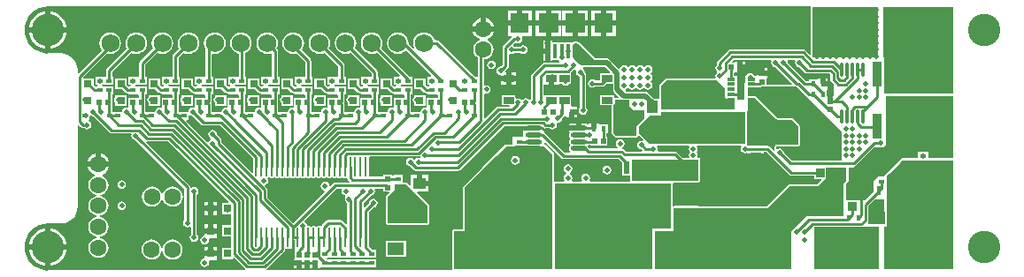
<source format=gtl>
G04 Layer_Physical_Order=1*
G04 Layer_Color=255*
%FSAX25Y25*%
%MOIN*%
G70*
G01*
G75*
%ADD10C,0.01000*%
%ADD11R,0.02165X0.01772*%
%ADD12R,0.01772X0.02165*%
%ADD13R,0.02047X0.01969*%
%ADD14R,0.02756X0.03150*%
%ADD15R,0.01969X0.02047*%
%ADD16R,0.01772X0.03347*%
%ADD17R,0.03200X0.03600*%
%ADD18R,0.03740X0.06693*%
%ADD19R,0.03937X0.02559*%
%ADD20R,0.01969X0.01772*%
%ADD21R,0.03150X0.02756*%
%ADD22R,0.04331X0.04803*%
%ADD23R,0.03600X0.03200*%
%ADD24R,0.10236X0.03740*%
%ADD25R,0.09843X0.03740*%
%ADD26R,0.02205X0.04701*%
%ADD27R,0.06693X0.03543*%
%ADD28R,0.02756X0.05118*%
%ADD29R,0.03504X0.09606*%
%ADD30R,0.22047X0.09606*%
%ADD31R,0.06496X0.04724*%
%ADD32R,0.04803X0.04331*%
%ADD33O,0.00984X0.07480*%
%ADD34R,0.03150X0.08189*%
%ADD35R,0.02756X0.01181*%
%ADD36R,0.09055X0.09055*%
%ADD37R,0.12300X0.13780*%
%ADD38O,0.06299X0.01772*%
%ADD39R,0.03740X0.10236*%
%ADD40R,0.03740X0.09843*%
%ADD41R,0.01400X0.05600*%
%ADD42R,0.07100X0.07500*%
%ADD43R,0.07500X0.07500*%
G04:AMPARAMS|DCode=44|XSize=82.68mil|YSize=228.35mil|CornerRadius=41.34mil|HoleSize=0mil|Usage=FLASHONLY|Rotation=270.000|XOffset=0mil|YOffset=0mil|HoleType=Round|Shape=RoundedRectangle|*
%AMROUNDEDRECTD44*
21,1,0.08268,0.14567,0,0,270.0*
21,1,0.00000,0.22835,0,0,270.0*
1,1,0.08268,-0.07284,0.00000*
1,1,0.08268,-0.07284,0.00000*
1,1,0.08268,0.07284,0.00000*
1,1,0.08268,0.07284,0.00000*
%
%ADD44ROUNDEDRECTD44*%
%ADD45O,0.01181X0.05512*%
%ADD46R,0.03937X0.12598*%
%ADD47C,0.01000*%
%ADD48C,0.02000*%
%ADD49C,0.12205*%
%ADD50C,0.06300*%
%ADD51C,0.07874*%
%ADD52C,0.06890*%
%ADD53C,0.02000*%
G36*
X0786500Y0586500D02*
X0750602Y0586500D01*
X0746500Y0590602D01*
X0746500Y0593000D01*
X0750500Y0597000D01*
X0755000D01*
X0755000Y0598500D01*
X0786500D01*
X0786500Y0586500D01*
D02*
G37*
G36*
X0702155Y0593000D02*
X0709000Y0593000D01*
Y0591500D01*
X0703000Y0591500D01*
Y0589000D01*
X0700000Y0589000D01*
X0699000Y0589000D01*
Y0587114D01*
X0698000D01*
Y0586150D01*
X0696500D01*
X0696414Y0586114D01*
X0695976D01*
Y0585895D01*
X0695055Y0584974D01*
X0687541Y0577459D01*
X0687541Y0577459D01*
X0680541Y0570459D01*
X0680350Y0570000D01*
X0680350Y0554149D01*
X0677000D01*
X0676541Y0553959D01*
X0676351Y0553500D01*
Y0539000D01*
X0676098Y0538622D01*
X0606499D01*
X0606348Y0539122D01*
X0606434Y0539179D01*
X0612966Y0545711D01*
X0613209Y0546075D01*
X0613295Y0546504D01*
X0613295Y0546504D01*
Y0546616D01*
X0613531Y0546795D01*
X0613795Y0546920D01*
X0614142Y0546851D01*
X0614278Y0546878D01*
X0614316Y0546855D01*
X0616674D01*
X0616674Y0544344D01*
X0616661D01*
X0616876Y0544184D01*
Y0543370D01*
X0616476D01*
Y0542386D01*
X0618500D01*
Y0541386D01*
X0619500D01*
Y0539402D01*
X0620500D01*
Y0541386D01*
X0622500D01*
Y0539402D01*
X0623500D01*
Y0541386D01*
X0625500D01*
Y0539402D01*
X0626524D01*
Y0539490D01*
X0626703Y0539915D01*
X0630069D01*
Y0539915D01*
X0630203Y0539915D01*
Y0539915D01*
X0633569D01*
Y0539915D01*
X0633706D01*
Y0539915D01*
X0637071D01*
Y0539915D01*
X0637203Y0539915D01*
Y0539915D01*
X0640569D01*
Y0539915D01*
X0640703Y0539915D01*
Y0539915D01*
X0644069D01*
Y0539915D01*
X0644177D01*
Y0539915D01*
X0647543D01*
Y0542887D01*
X0644177D01*
Y0542887D01*
X0644069D01*
Y0542887D01*
X0640703D01*
Y0542887D01*
X0640569Y0542887D01*
Y0542887D01*
X0637203D01*
Y0542887D01*
X0637071Y0542887D01*
Y0542887D01*
X0633706D01*
Y0542887D01*
X0633569D01*
Y0542887D01*
X0630203D01*
Y0542887D01*
X0630069Y0542887D01*
Y0542887D01*
X0628872D01*
X0628825Y0542958D01*
X0629092Y0543458D01*
X0629703D01*
X0630069Y0543458D01*
Y0543458D01*
X0630203Y0543458D01*
Y0543458D01*
X0633569D01*
X0633569Y0543458D01*
X0633706D01*
Y0543458D01*
X0634069Y0543458D01*
X0637071D01*
X0637071Y0543458D01*
X0637203Y0543458D01*
Y0543458D01*
X0637571Y0543458D01*
X0640569D01*
Y0543458D01*
X0640703Y0543458D01*
X0641069Y0543458D01*
X0644069D01*
X0644069Y0543458D01*
X0644177D01*
Y0543458D01*
X0644569Y0543458D01*
X0647543D01*
Y0546430D01*
X0646010D01*
X0644791Y0547650D01*
Y0560705D01*
X0646462Y0562376D01*
X0646500Y0562369D01*
X0647124Y0562493D01*
X0647653Y0562847D01*
X0648007Y0563376D01*
X0648131Y0564000D01*
X0648007Y0564624D01*
X0647653Y0565154D01*
X0647124Y0565507D01*
X0646500Y0565631D01*
X0645876Y0565507D01*
X0645346Y0565154D01*
X0644993Y0564624D01*
X0644869Y0564000D01*
X0644876Y0563962D01*
X0643322Y0562408D01*
X0642822Y0562616D01*
Y0564236D01*
X0645462Y0566876D01*
X0645500Y0566869D01*
X0646124Y0566993D01*
X0646654Y0567346D01*
X0647007Y0567876D01*
X0647131Y0568500D01*
X0647028Y0569017D01*
X0647300Y0569517D01*
X0650376D01*
Y0568302D01*
X0652230D01*
X0652421Y0567840D01*
X0651391Y0566810D01*
X0651201Y0566350D01*
Y0562261D01*
X0651152D01*
Y0556337D01*
X0651268D01*
X0651391Y0556041D01*
X0651850Y0555851D01*
X0667000Y0555851D01*
X0667459Y0556041D01*
X0667649Y0556500D01*
Y0563000D01*
X0667459Y0563459D01*
X0663034Y0567884D01*
X0663225Y0568347D01*
X0667402D01*
Y0570512D01*
X0664000D01*
Y0571512D01*
X0663000D01*
Y0574677D01*
X0660598D01*
Y0570973D01*
X0660137Y0570782D01*
X0659459Y0571459D01*
X0659000Y0571649D01*
X0658126D01*
X0657683Y0571786D01*
Y0574757D01*
X0654317D01*
Y0574393D01*
X0653624D01*
Y0574698D01*
X0650376D01*
Y0574069D01*
X0645199D01*
X0644783Y0574539D01*
Y0581035D01*
X0644754Y0581178D01*
X0645109Y0581678D01*
X0663588D01*
X0663588Y0581678D01*
X0663910Y0581742D01*
X0664128Y0581677D01*
X0664171Y0581508D01*
X0663764Y0581079D01*
X0663500Y0581131D01*
X0662876Y0581007D01*
X0662347Y0580653D01*
X0662250Y0580509D01*
X0661750D01*
X0661654Y0580653D01*
X0661124Y0581007D01*
X0660500Y0581131D01*
X0659876Y0581007D01*
X0659346Y0580653D01*
X0658993Y0580124D01*
X0658869Y0579500D01*
X0658993Y0578876D01*
X0659346Y0578346D01*
X0659876Y0577993D01*
X0660500Y0577869D01*
X0660538Y0577876D01*
X0661807Y0576607D01*
X0661807Y0576607D01*
X0662171Y0576364D01*
X0662600Y0576278D01*
X0662600Y0576278D01*
X0678400D01*
X0678400Y0576278D01*
X0678829Y0576364D01*
X0679193Y0576607D01*
X0695789Y0593203D01*
X0702028D01*
X0702155Y0593000D01*
D02*
G37*
G36*
X0743000Y0603000D02*
X0743000Y0600500D01*
X0744500Y0599000D01*
X0748500Y0599000D01*
X0748500Y0596000D01*
X0747000Y0594500D01*
X0745500Y0593000D01*
X0745500Y0589500D01*
X0744000Y0589500D01*
X0737878Y0589500D01*
X0737000Y0590378D01*
X0737000Y0601000D01*
X0737500Y0601500D01*
Y0603000D01*
X0743000Y0603000D01*
D02*
G37*
G36*
X0865000Y0585000D02*
X0865000D01*
X0865000Y0581000D01*
X0855500D01*
X0855500Y0583500D01*
X0851500Y0583500D01*
Y0581000D01*
X0845500Y0581000D01*
X0838500Y0574000D01*
X0836501Y0574000D01*
X0835000Y0572500D01*
X0835000Y0568500D01*
X0831500Y0565000D01*
X0827500Y0565000D01*
X0824500Y0565000D01*
X0824500Y0571500D01*
X0825500Y0572500D01*
X0825500Y0577500D01*
X0827500D01*
X0835000Y0585000D01*
X0838500Y0585000D01*
X0839500Y0586000D01*
X0839500Y0586500D01*
Y0604500D01*
X0865000D01*
Y0585000D01*
D02*
G37*
G36*
X0765644Y0585351D02*
X0765493Y0585124D01*
X0765369Y0584500D01*
X0765493Y0583876D01*
X0765820Y0583386D01*
X0765493Y0582896D01*
X0765369Y0582272D01*
X0765493Y0581647D01*
X0765531Y0581590D01*
X0765295Y0581149D01*
X0762937D01*
X0760893Y0583193D01*
X0760529Y0583436D01*
X0760100Y0583522D01*
X0760100Y0583522D01*
X0753826D01*
X0753536Y0584022D01*
X0753631Y0584500D01*
X0753507Y0585124D01*
X0753356Y0585351D01*
X0753623Y0585850D01*
X0765377Y0585851D01*
X0765644Y0585351D01*
D02*
G37*
G36*
X0791680Y0602320D02*
X0791738Y0602344D01*
X0794501Y0599580D01*
X0794478Y0599522D01*
X0796596Y0597403D01*
X0798310Y0595690D01*
X0798769Y0595500D01*
X0804000D01*
X0806500Y0593000D01*
Y0586000D01*
X0798303D01*
X0798183Y0585951D01*
X0798054D01*
X0797963Y0585859D01*
X0797844Y0585810D01*
X0797794Y0585690D01*
X0797703Y0585599D01*
X0797511Y0585137D01*
Y0585008D01*
X0797462Y0584889D01*
X0797511Y0584769D01*
Y0584640D01*
X0797603Y0584549D01*
X0797652Y0584429D01*
X0797871Y0584211D01*
X0797816Y0584007D01*
X0797258Y0583858D01*
X0795823Y0585293D01*
X0795459Y0585536D01*
X0795030Y0585622D01*
X0795030Y0585622D01*
X0787675D01*
X0787653Y0585653D01*
X0787124Y0586007D01*
X0787149Y0586500D01*
X0787149Y0598500D01*
X0787484Y0599000D01*
X0787500D01*
X0787500Y0603500D01*
X0790500Y0603500D01*
X0791680Y0602320D01*
D02*
G37*
G36*
X0540376Y0596993D02*
X0541000Y0596869D01*
X0541038Y0596876D01*
X0547107Y0590807D01*
X0547107Y0590807D01*
X0547471Y0590564D01*
X0547900Y0590478D01*
X0555174D01*
X0555464Y0589978D01*
X0555369Y0589500D01*
X0555493Y0588876D01*
X0555847Y0588346D01*
X0556376Y0587993D01*
X0557000Y0587869D01*
X0557038Y0587876D01*
X0575378Y0569535D01*
Y0564468D01*
Y0560532D01*
Y0557675D01*
X0575347Y0557654D01*
X0574993Y0557124D01*
X0574869Y0556500D01*
X0574993Y0555876D01*
X0575347Y0555346D01*
X0575876Y0554993D01*
X0576500Y0554869D01*
X0577124Y0554993D01*
X0577278Y0555096D01*
X0577778Y0554829D01*
Y0552052D01*
X0577493Y0551624D01*
X0577369Y0551000D01*
X0577493Y0550376D01*
X0577846Y0549847D01*
X0578376Y0549493D01*
X0579000Y0549369D01*
X0579624Y0549493D01*
X0580154Y0549847D01*
X0580507Y0550376D01*
X0580631Y0551000D01*
X0580507Y0551624D01*
X0580154Y0552153D01*
X0580022Y0552242D01*
Y0567258D01*
X0580154Y0567346D01*
X0580507Y0567876D01*
X0580631Y0568500D01*
X0580507Y0569124D01*
X0580154Y0569654D01*
X0579624Y0570007D01*
X0579000Y0570131D01*
X0578376Y0570007D01*
X0578122Y0569837D01*
X0577850Y0569926D01*
X0577603Y0570092D01*
X0577536Y0570429D01*
X0577293Y0570793D01*
X0577293Y0570793D01*
X0561032Y0587054D01*
X0561279Y0587514D01*
X0561389Y0587493D01*
X0561389Y0587493D01*
X0569108D01*
X0591963Y0564637D01*
X0591772Y0564175D01*
X0589672D01*
Y0559825D01*
X0593050D01*
Y0555675D01*
X0589672D01*
Y0551325D01*
X0593050D01*
Y0547795D01*
X0593050Y0547795D01*
X0593072Y0547689D01*
Y0547175D01*
X0589672D01*
Y0542825D01*
X0593628D01*
Y0543126D01*
X0594090Y0543317D01*
X0598227Y0539179D01*
X0598227Y0539179D01*
X0598314Y0539122D01*
X0598162Y0538622D01*
X0524000D01*
X0523952Y0538612D01*
X0522265Y0538778D01*
X0520597Y0539284D01*
X0519059Y0540106D01*
X0517712Y0541212D01*
X0516606Y0542559D01*
X0515784Y0544097D01*
X0515278Y0545765D01*
X0515107Y0547500D01*
X0515278Y0549235D01*
X0515784Y0550903D01*
X0516606Y0552441D01*
X0517712Y0553788D01*
X0519059Y0554894D01*
X0520597Y0555716D01*
X0522265Y0556222D01*
X0523952Y0556388D01*
X0524000Y0556378D01*
X0529000D01*
X0529000Y0556378D01*
Y0556370D01*
X0530196Y0556488D01*
X0531346Y0556837D01*
X0532405Y0557404D01*
X0533334Y0558166D01*
X0534096Y0559095D01*
X0534663Y0560154D01*
X0535012Y0561304D01*
X0535129Y0562500D01*
X0535122Y0562500D01*
Y0593320D01*
X0535583Y0593511D01*
X0536388Y0592707D01*
X0536388Y0592707D01*
X0536752Y0592464D01*
X0537181Y0592378D01*
X0537553D01*
X0537575Y0592346D01*
X0538104Y0591993D01*
X0538728Y0591869D01*
X0539353Y0591993D01*
X0539882Y0592346D01*
X0540236Y0592876D01*
X0540360Y0593500D01*
X0540236Y0594124D01*
X0539882Y0594654D01*
X0539353Y0595007D01*
X0539317Y0595014D01*
X0539367Y0595514D01*
X0539458D01*
Y0596137D01*
X0539617Y0596376D01*
X0539709Y0596837D01*
X0540102Y0597066D01*
X0540231Y0597090D01*
X0540376Y0596993D01*
D02*
G37*
G36*
X0851750Y0638000D02*
X0863500D01*
Y0638000D01*
X0865000D01*
X0865000Y0605500D01*
X0839000Y0605500D01*
Y0619000D01*
X0839000Y0619000D01*
X0838500D01*
Y0628750D01*
X0838500Y0638000D01*
X0851750Y0638000D01*
D02*
G37*
G36*
X0805889Y0607990D02*
X0805889Y0607990D01*
X0806010D01*
X0823000Y0591000D01*
Y0590135D01*
X0822993Y0590124D01*
X0822869Y0589500D01*
X0822993Y0588876D01*
X0823000Y0588865D01*
X0823000Y0587635D01*
X0822993Y0587624D01*
X0822869Y0587000D01*
X0822993Y0586376D01*
X0823000Y0586365D01*
Y0585135D01*
X0822993Y0585124D01*
X0822869Y0584500D01*
X0822993Y0583876D01*
X0823000Y0583865D01*
Y0582635D01*
X0822993Y0582624D01*
X0822869Y0582000D01*
X0822993Y0581376D01*
X0823000Y0581365D01*
Y0580122D01*
X0803965D01*
X0801124Y0582962D01*
X0801131Y0583000D01*
X0801007Y0583624D01*
X0800653Y0584154D01*
X0800124Y0584507D01*
X0799500Y0584631D01*
X0798876Y0584507D01*
X0798646Y0584354D01*
X0798111Y0584889D01*
X0798303Y0585351D01*
X0806500D01*
X0806959Y0585541D01*
X0807149Y0586000D01*
Y0593000D01*
X0806959Y0593459D01*
X0804459Y0595959D01*
X0804000Y0596149D01*
X0798769D01*
X0795500Y0599418D01*
Y0599500D01*
X0790876Y0604124D01*
Y0604253D01*
X0790746D01*
X0790500Y0604500D01*
X0787500Y0604500D01*
X0787500Y0607778D01*
X0790876D01*
Y0607847D01*
X0792083D01*
X0792083Y0607847D01*
X0792512Y0607932D01*
X0792613Y0608000D01*
X0805837Y0608000D01*
X0805889Y0607990D01*
D02*
G37*
G36*
X0796596Y0617778D02*
X0796493Y0617624D01*
X0796369Y0617000D01*
X0796493Y0616376D01*
X0796846Y0615846D01*
X0797376Y0615493D01*
X0798000Y0615369D01*
X0798038Y0615376D01*
X0804303Y0609111D01*
X0804111Y0608649D01*
X0794624Y0608649D01*
Y0611130D01*
X0795024D01*
Y0612114D01*
X0794000D01*
Y0612000D01*
X0792000D01*
X0790976Y0613024D01*
Y0612586D01*
X0790876Y0612127D01*
X0790005D01*
X0789653Y0612653D01*
X0789124Y0613007D01*
X0788500Y0613131D01*
X0787876Y0613007D01*
X0787347Y0612653D01*
X0786995Y0612127D01*
X0786920D01*
Y0612094D01*
X0786594D01*
X0786500Y0612000D01*
Y0609500D01*
X0786000D01*
Y0607000D01*
X0784000D01*
Y0609500D01*
X0783500D01*
Y0612094D01*
X0783080D01*
Y0612127D01*
X0782224D01*
Y0613249D01*
X0782630Y0613476D01*
X0783500D01*
Y0616500D01*
X0783614D01*
Y0617524D01*
X0782630D01*
Y0617124D01*
X0781685D01*
X0781494Y0617586D01*
X0782187Y0618278D01*
X0796329D01*
X0796596Y0617778D01*
D02*
G37*
G36*
X0725677Y0615369D02*
X0733824D01*
X0735718Y0613475D01*
X0735526Y0613013D01*
X0732002D01*
Y0610393D01*
X0730175D01*
X0730154Y0610425D01*
X0729624Y0610779D01*
X0729000Y0610903D01*
X0728376Y0610779D01*
X0727846Y0610425D01*
X0727493Y0609896D01*
X0727369Y0609272D01*
X0727493Y0608647D01*
X0727846Y0608118D01*
X0728376Y0607764D01*
X0729000Y0607640D01*
X0729624Y0607764D01*
X0730154Y0608118D01*
X0730175Y0608150D01*
X0732709D01*
X0732709Y0608150D01*
X0733138Y0608236D01*
X0733502Y0608479D01*
X0734277Y0609254D01*
X0736769D01*
Y0607100D01*
X0736893Y0606476D01*
X0737247Y0605946D01*
X0739081Y0604111D01*
X0738890Y0603649D01*
X0737500Y0603650D01*
X0737139Y0603890D01*
Y0604746D01*
X0732002D01*
Y0600987D01*
X0736351D01*
X0736351Y0590378D01*
X0736541Y0589919D01*
X0737419Y0589041D01*
X0737878Y0588851D01*
X0744000Y0588850D01*
X0745500Y0588850D01*
X0745959Y0589041D01*
X0746099Y0589378D01*
X0746611Y0589572D01*
X0748177Y0588006D01*
X0747931Y0587546D01*
X0747500Y0587631D01*
X0746876Y0587507D01*
X0746347Y0587153D01*
X0745993Y0586624D01*
X0745869Y0586000D01*
X0745993Y0585376D01*
X0746347Y0584846D01*
X0746876Y0584493D01*
X0747500Y0584369D01*
X0747538Y0584376D01*
X0747892Y0584022D01*
X0747685Y0583522D01*
X0741596D01*
X0740825Y0584293D01*
X0740461Y0584536D01*
X0740329Y0584562D01*
X0740263Y0585085D01*
X0740654Y0585347D01*
X0741007Y0585876D01*
X0741131Y0586500D01*
X0741007Y0587124D01*
X0740654Y0587653D01*
X0740124Y0588007D01*
X0739500Y0588131D01*
X0738876Y0588007D01*
X0738346Y0587653D01*
X0737993Y0587124D01*
X0737869Y0586500D01*
X0737993Y0585876D01*
X0738346Y0585347D01*
X0738683Y0585122D01*
X0738531Y0584622D01*
X0727965D01*
X0727698Y0584888D01*
X0727628Y0585241D01*
X0727389Y0585599D01*
X0727560Y0586039D01*
X0727610Y0586099D01*
X0728302D01*
Y0585876D01*
X0731030D01*
X0731470Y0585876D01*
X0731970Y0585876D01*
X0734698D01*
Y0589124D01*
X0734393D01*
Y0590317D01*
X0734758D01*
Y0593683D01*
X0731856Y0593683D01*
X0731614Y0594083D01*
X0731544Y0594083D01*
X0731544Y0594083D01*
X0730728D01*
Y0592000D01*
X0728728D01*
Y0594083D01*
X0727843D01*
Y0594083D01*
X0727343Y0593862D01*
X0726964Y0594115D01*
X0726228Y0594261D01*
X0724965D01*
Y0592339D01*
X0723965D01*
Y0591339D01*
X0720101D01*
X0720341Y0590979D01*
X0720600Y0590806D01*
X0720301Y0590359D01*
X0720186Y0589780D01*
X0720301Y0589200D01*
X0720544Y0588836D01*
X0720597Y0588500D01*
X0720544Y0588164D01*
X0720301Y0587800D01*
X0720186Y0587220D01*
X0720301Y0586641D01*
X0720630Y0586149D01*
Y0585733D01*
X0720301Y0585241D01*
X0720186Y0584661D01*
X0720301Y0584082D01*
X0720630Y0583590D01*
X0720732Y0583522D01*
X0720581Y0583022D01*
X0718565D01*
X0711014Y0590573D01*
X0710965Y0590605D01*
X0710946Y0590628D01*
X0710839Y0591249D01*
X0711076Y0591603D01*
X0711139Y0591922D01*
X0711391Y0592353D01*
X0711701Y0592378D01*
X0712825D01*
X0712847Y0592346D01*
X0713376Y0591993D01*
X0714000Y0591869D01*
X0714624Y0591993D01*
X0715154Y0592346D01*
X0715507Y0592876D01*
X0715631Y0593500D01*
X0715542Y0593950D01*
X0715832Y0594325D01*
X0715927Y0594383D01*
X0716000Y0594369D01*
X0716624Y0594493D01*
X0717154Y0594846D01*
X0717507Y0595376D01*
X0717631Y0596000D01*
X0717624Y0596038D01*
X0718403Y0596817D01*
X0719144Y0596817D01*
X0719386Y0596417D01*
X0719456Y0596417D01*
X0719456Y0596417D01*
X0720272D01*
Y0598500D01*
X0721272D01*
Y0599500D01*
X0723158D01*
Y0600583D01*
X0721230D01*
X0720998Y0600987D01*
X0720998Y0601083D01*
Y0604746D01*
X0711002D01*
X0710721Y0605129D01*
Y0608854D01*
X0712571D01*
Y0611134D01*
X0714571D01*
Y0608854D01*
X0716539D01*
Y0609254D01*
X0717460D01*
X0717732Y0608847D01*
X0718261Y0608493D01*
X0718886Y0608369D01*
X0719510Y0608493D01*
X0720039Y0608847D01*
X0720312Y0609254D01*
X0720998D01*
Y0613013D01*
X0720998Y0613013D01*
X0720998D01*
X0721070Y0613484D01*
X0721962Y0614376D01*
X0722000Y0614369D01*
X0722624Y0614493D01*
X0722649Y0614509D01*
X0723009Y0614149D01*
X0722993Y0614124D01*
X0722869Y0613500D01*
X0722993Y0612876D01*
X0723347Y0612347D01*
X0723876Y0611993D01*
X0724378Y0611893D01*
Y0600175D01*
X0724346Y0600153D01*
X0723993Y0599624D01*
X0723869Y0599000D01*
X0723993Y0598376D01*
X0724346Y0597847D01*
X0724876Y0597493D01*
X0725500Y0597369D01*
X0726124Y0597493D01*
X0726653Y0597847D01*
X0727007Y0598376D01*
X0727131Y0599000D01*
X0727007Y0599624D01*
X0726653Y0600153D01*
X0726622Y0600175D01*
Y0612500D01*
X0726536Y0612929D01*
X0726293Y0613293D01*
X0726293Y0613293D01*
X0726124Y0613462D01*
X0726131Y0613500D01*
X0726007Y0614124D01*
X0725654Y0614653D01*
X0725500Y0614756D01*
X0725442Y0615253D01*
X0725570Y0615390D01*
X0725677Y0615369D01*
D02*
G37*
G36*
X0779000Y0607500D02*
X0779000Y0604000D01*
X0779500Y0603500D01*
X0782500Y0603500D01*
Y0599500D01*
X0755000D01*
Y0608500D01*
X0757000Y0610500D01*
X0776000D01*
X0779000Y0607500D01*
D02*
G37*
G36*
X0805596Y0617778D02*
X0805493Y0617624D01*
X0805369Y0617000D01*
X0805493Y0616376D01*
X0805847Y0615846D01*
X0806376Y0615493D01*
X0807000Y0615369D01*
X0807038Y0615376D01*
X0809007Y0613407D01*
X0809007Y0613407D01*
X0809371Y0613164D01*
X0809800Y0613078D01*
X0809800Y0613078D01*
X0818231D01*
X0818651Y0612659D01*
Y0610830D01*
X0818651Y0610830D01*
X0818736Y0610401D01*
X0818979Y0610037D01*
X0819913Y0609103D01*
Y0604598D01*
X0819500D01*
Y0602614D01*
X0817500D01*
Y0604598D01*
X0817257D01*
Y0606683D01*
X0817657Y0606917D01*
Y0608000D01*
X0815772D01*
Y0609000D01*
X0814772D01*
Y0611083D01*
X0813886D01*
X0813714Y0610683D01*
X0810742D01*
Y0610122D01*
X0809465D01*
X0802624Y0616962D01*
X0802631Y0617000D01*
X0802507Y0617624D01*
X0802404Y0617778D01*
X0802671Y0618278D01*
X0805329D01*
X0805596Y0617778D01*
D02*
G37*
G36*
X0865000Y0539000D02*
X0839000D01*
Y0555000D01*
X0840000D01*
X0840000Y0574000D01*
X0846000Y0580000D01*
X0865000D01*
Y0539000D01*
D02*
G37*
G36*
X0634700Y0569017D02*
X0634597Y0568500D01*
X0634721Y0567876D01*
X0635075Y0567346D01*
X0635604Y0566993D01*
X0635763Y0566961D01*
X0635993Y0566406D01*
X0635880Y0566237D01*
X0635756Y0565613D01*
X0635880Y0564988D01*
X0636234Y0564459D01*
X0636642Y0564186D01*
Y0556190D01*
X0636142Y0555983D01*
X0634832Y0557293D01*
X0634468Y0557536D01*
X0634039Y0557622D01*
X0634039Y0557622D01*
X0629500D01*
X0629500Y0557622D01*
X0629071Y0557536D01*
X0628707Y0557293D01*
X0627128Y0555714D01*
X0627056Y0555607D01*
X0626456Y0555458D01*
X0626409Y0555469D01*
X0626379Y0555489D01*
X0625953Y0555574D01*
X0625527Y0555489D01*
X0625165Y0555248D01*
X0624772D01*
X0624410Y0555489D01*
X0623984Y0555574D01*
X0623558Y0555489D01*
X0623197Y0555248D01*
X0622803D01*
X0622442Y0555489D01*
X0622016Y0555574D01*
X0621668Y0555505D01*
X0621555Y0556075D01*
X0621201Y0556604D01*
X0620701Y0556938D01*
X0620626Y0557021D01*
X0620498Y0557442D01*
X0632573Y0569517D01*
X0634428D01*
X0634700Y0569017D01*
D02*
G37*
G36*
X0839000Y0565500D02*
X0839000Y0556000D01*
X0833000Y0556000D01*
X0833000Y0563000D01*
X0835500Y0565500D01*
X0839000Y0565500D01*
D02*
G37*
G36*
X0702712Y0585661D02*
X0707035D01*
Y0585500D01*
X0711000Y0585500D01*
X0713906Y0582594D01*
Y0582594D01*
X0714000Y0582500D01*
Y0577000D01*
X0714000Y0539000D01*
X0681000Y0539000D01*
Y0539000D01*
X0677000D01*
Y0553500D01*
X0681000D01*
X0681000Y0570000D01*
X0688000Y0577000D01*
X0688000D01*
X0692902Y0581902D01*
D01*
X0696500Y0585500D01*
X0700024Y0585500D01*
Y0585743D01*
X0702625D01*
X0702712Y0585661D01*
D02*
G37*
G36*
X0758500Y0554500D02*
X0751500D01*
Y0539000D01*
X0715000D01*
Y0571500D01*
X0740000D01*
X0758500Y0571500D01*
X0758500Y0554500D01*
D02*
G37*
G36*
X0837000Y0539000D02*
X0812500D01*
Y0555000D01*
X0837000D01*
Y0539000D01*
D02*
G37*
G36*
X0667000Y0563000D02*
Y0556500D01*
X0651850Y0556500D01*
Y0566350D01*
X0654500Y0569000D01*
X0654500Y0571000D01*
X0659000D01*
X0667000Y0563000D01*
D02*
G37*
G36*
X0769000Y0572500D02*
X0744000D01*
Y0580500D01*
X0769000D01*
Y0572500D01*
D02*
G37*
G36*
X0635369Y0573511D02*
X0635795Y0573426D01*
X0636221Y0573511D01*
X0636698Y0573319D01*
X0636755Y0573266D01*
X0636971Y0572943D01*
X0637654Y0572260D01*
X0637529Y0571843D01*
X0637467Y0571760D01*
X0632108D01*
X0632108Y0571760D01*
X0631679Y0571675D01*
X0631315Y0571431D01*
X0631315Y0571431D01*
X0630372Y0570488D01*
X0629865Y0570689D01*
X0629779Y0571124D01*
X0629425Y0571654D01*
X0628896Y0572007D01*
X0628272Y0572131D01*
X0627647Y0572007D01*
X0627118Y0571654D01*
X0626764Y0571124D01*
X0626640Y0570500D01*
X0626764Y0569876D01*
X0627118Y0569347D01*
X0627647Y0568993D01*
X0628083Y0568906D01*
X0628284Y0568400D01*
X0616309Y0556425D01*
X0606652Y0566082D01*
Y0568995D01*
X0606567Y0569424D01*
X0606324Y0569788D01*
X0606324Y0569788D01*
X0605621Y0570491D01*
X0605785Y0571033D01*
X0605908Y0571058D01*
X0606437Y0571411D01*
X0606791Y0571941D01*
X0606915Y0572565D01*
X0606791Y0573189D01*
X0606773Y0573215D01*
X0606727Y0573388D01*
X0607091Y0573752D01*
X0607449D01*
X0607810Y0573511D01*
X0608236Y0573426D01*
X0608662Y0573511D01*
X0609024Y0573752D01*
X0609417D01*
X0609779Y0573511D01*
X0610205Y0573426D01*
X0610631Y0573511D01*
X0610992Y0573752D01*
X0611386D01*
X0611747Y0573511D01*
X0612173Y0573426D01*
X0612599Y0573511D01*
X0612961Y0573752D01*
X0613354D01*
X0613716Y0573511D01*
X0614142Y0573426D01*
X0614568Y0573511D01*
X0614929Y0573752D01*
X0615323D01*
X0615684Y0573511D01*
X0616110Y0573426D01*
X0616536Y0573511D01*
X0616898Y0573752D01*
X0617291D01*
X0617653Y0573511D01*
X0618079Y0573426D01*
X0618505Y0573511D01*
X0618866Y0573752D01*
X0619260D01*
X0619621Y0573511D01*
X0620047Y0573426D01*
X0620473Y0573511D01*
X0620835Y0573752D01*
X0621228D01*
X0621590Y0573511D01*
X0622016Y0573426D01*
X0622442Y0573511D01*
X0622803Y0573752D01*
X0623197D01*
X0623558Y0573511D01*
X0623984Y0573426D01*
X0624410Y0573511D01*
X0624772Y0573752D01*
X0625165D01*
X0625527Y0573511D01*
X0625953Y0573426D01*
X0626379Y0573511D01*
X0626597Y0573656D01*
X0626937Y0573717D01*
X0627277Y0573656D01*
X0627495Y0573511D01*
X0627921Y0573426D01*
X0628347Y0573511D01*
X0628709Y0573752D01*
X0629102D01*
X0629464Y0573511D01*
X0629890Y0573426D01*
X0630316Y0573511D01*
X0630534Y0573656D01*
X0630874Y0573717D01*
X0631214Y0573656D01*
X0631432Y0573511D01*
X0631858Y0573426D01*
X0632284Y0573511D01*
X0632646Y0573752D01*
X0633039D01*
X0633401Y0573511D01*
X0633827Y0573426D01*
X0634253Y0573511D01*
X0634614Y0573752D01*
X0635008D01*
X0635369Y0573511D01*
D02*
G37*
G36*
X0577876Y0596993D02*
X0578500Y0596869D01*
X0578538Y0596876D01*
X0581707Y0593707D01*
X0581707Y0593707D01*
X0582071Y0593464D01*
X0582500Y0593378D01*
X0588773D01*
X0601209Y0580942D01*
Y0577787D01*
X0601217Y0577747D01*
Y0575548D01*
X0600755Y0575356D01*
X0589222Y0586890D01*
Y0587870D01*
X0589222Y0587870D01*
X0589136Y0588299D01*
X0588893Y0588663D01*
X0588893Y0588663D01*
X0587619Y0589937D01*
X0587631Y0590000D01*
X0587507Y0590624D01*
X0587153Y0591153D01*
X0586624Y0591507D01*
X0586000Y0591631D01*
X0585376Y0591507D01*
X0584846Y0591153D01*
X0584493Y0590624D01*
X0584369Y0590000D01*
X0584493Y0589376D01*
X0584846Y0588846D01*
X0585348Y0588511D01*
X0585376Y0588298D01*
Y0588202D01*
X0585348Y0587989D01*
X0584846Y0587653D01*
X0584563Y0587230D01*
X0584012Y0587074D01*
X0576034Y0595052D01*
X0576225Y0595514D01*
X0576958D01*
Y0597050D01*
X0577069Y0597135D01*
X0577458Y0597272D01*
X0577876Y0596993D01*
D02*
G37*
G36*
X0824500Y0577500D02*
X0824500Y0572500D01*
X0823500Y0571500D01*
Y0559000D01*
X0809500Y0559000D01*
X0804000Y0553500D01*
X0804000Y0539000D01*
X0752500Y0539000D01*
Y0553500D01*
X0759500Y0553500D01*
X0759500Y0562000D01*
X0795000Y0562000D01*
X0803500Y0570500D01*
X0814000Y0570500D01*
X0817000Y0573500D01*
X0817000Y0577500D01*
X0824500Y0577500D01*
D02*
G37*
G36*
X0785144Y0585351D02*
X0784993Y0585124D01*
X0784869Y0584500D01*
X0784993Y0583876D01*
X0785347Y0583347D01*
X0785876Y0582993D01*
X0786500Y0582869D01*
X0787032Y0582974D01*
X0787532Y0582709D01*
Y0582709D01*
X0793469D01*
Y0583378D01*
X0794566D01*
X0803174Y0574770D01*
X0803538Y0574527D01*
X0803967Y0574441D01*
X0803967Y0574441D01*
X0812560D01*
Y0573163D01*
X0815091D01*
X0815283Y0572701D01*
X0813731Y0571149D01*
X0803500Y0571149D01*
X0803041Y0570959D01*
X0794731Y0562649D01*
X0769160Y0562649D01*
X0768863Y0563000D01*
X0760060D01*
X0759944Y0562816D01*
X0759598Y0562760D01*
X0759149Y0563124D01*
Y0571351D01*
X0759504Y0571851D01*
X0769000D01*
X0769459Y0572041D01*
X0769649Y0572500D01*
Y0580500D01*
X0769459Y0580959D01*
X0769000Y0581149D01*
X0768705D01*
X0768469Y0581590D01*
X0768507Y0581647D01*
X0768631Y0582272D01*
X0768507Y0582896D01*
X0768180Y0583386D01*
X0768507Y0583876D01*
X0768631Y0584500D01*
X0768507Y0585124D01*
X0768356Y0585351D01*
X0768623Y0585851D01*
X0784877Y0585851D01*
X0785144Y0585351D01*
D02*
G37*
G36*
X0717307Y0581107D02*
X0717307Y0581107D01*
X0717671Y0580864D01*
X0718100Y0580778D01*
X0718100Y0580778D01*
X0738851D01*
X0740298Y0579332D01*
Y0574500D01*
X0743351D01*
Y0572500D01*
X0743116Y0572149D01*
X0740000D01*
X0728123D01*
X0727856Y0572649D01*
X0728007Y0572876D01*
X0728131Y0573500D01*
X0728007Y0574124D01*
X0727654Y0574653D01*
X0727124Y0575007D01*
X0726500Y0575131D01*
X0725876Y0575007D01*
X0725347Y0574653D01*
X0724993Y0574124D01*
X0724869Y0573500D01*
X0724993Y0572876D01*
X0725144Y0572649D01*
X0724877Y0572149D01*
X0721509D01*
X0721242Y0572649D01*
X0721393Y0572876D01*
X0721517Y0573500D01*
X0721393Y0574124D01*
X0721039Y0574653D01*
X0720538Y0574989D01*
X0720510Y0575202D01*
Y0575298D01*
X0720538Y0575511D01*
X0721039Y0575846D01*
X0721393Y0576376D01*
X0721517Y0577000D01*
X0721393Y0577624D01*
X0721039Y0578154D01*
X0720510Y0578507D01*
X0719886Y0578631D01*
X0719262Y0578507D01*
X0718732Y0578154D01*
X0718379Y0577624D01*
X0718255Y0577000D01*
X0718379Y0576376D01*
X0718732Y0575846D01*
X0719234Y0575511D01*
X0719262Y0575298D01*
Y0575202D01*
X0719234Y0574989D01*
X0718732Y0574653D01*
X0718379Y0574124D01*
X0718255Y0573500D01*
X0718379Y0572876D01*
X0718530Y0572649D01*
X0718263Y0572149D01*
X0715000D01*
X0714649Y0572384D01*
Y0577000D01*
Y0582500D01*
X0714459Y0582959D01*
X0714365Y0583053D01*
X0714365Y0583054D01*
X0714365Y0583054D01*
X0714365Y0583054D01*
X0711459Y0585959D01*
X0711000Y0586149D01*
X0710759Y0586590D01*
X0710880Y0586923D01*
X0711365Y0587049D01*
X0717307Y0581107D01*
D02*
G37*
G36*
X0836500Y0619000D02*
X0812000D01*
Y0638000D01*
X0836500D01*
Y0619000D01*
D02*
G37*
G36*
X0524000Y0638378D02*
X0811098D01*
X0811351Y0638000D01*
Y0620333D01*
X0810889Y0620142D01*
X0809237Y0621793D01*
X0808874Y0622036D01*
X0808444Y0622122D01*
X0808444Y0622122D01*
X0781060D01*
X0781060Y0622122D01*
X0780630Y0622036D01*
X0780267Y0621793D01*
X0780267Y0621793D01*
X0776207Y0617733D01*
X0775964Y0617370D01*
X0775878Y0616940D01*
X0775878Y0616940D01*
Y0616175D01*
X0775846Y0616153D01*
X0775493Y0615624D01*
X0775369Y0615000D01*
X0775493Y0614376D01*
X0775846Y0613846D01*
X0775991Y0613750D01*
Y0613250D01*
X0775846Y0613154D01*
X0775493Y0612624D01*
X0775369Y0612000D01*
X0775438Y0611649D01*
X0775088Y0611149D01*
X0757000D01*
X0756541Y0610959D01*
X0754541Y0608959D01*
X0754351Y0608500D01*
Y0603971D01*
X0754277Y0603502D01*
X0752306D01*
X0750054Y0605754D01*
X0749524Y0606107D01*
X0748900Y0606231D01*
X0741806D01*
X0741597Y0606493D01*
X0741602Y0606598D01*
X0741720Y0607057D01*
X0742154Y0607346D01*
X0742250Y0607491D01*
X0742750D01*
X0742846Y0607346D01*
X0743376Y0606993D01*
X0744000Y0606869D01*
X0744624Y0606993D01*
X0745154Y0607346D01*
X0745250Y0607491D01*
X0745750D01*
X0745847Y0607346D01*
X0746376Y0606993D01*
X0747000Y0606869D01*
X0747624Y0606993D01*
X0748153Y0607346D01*
X0748250Y0607491D01*
X0748750D01*
X0748846Y0607346D01*
X0749376Y0606993D01*
X0750000Y0606869D01*
X0750624Y0606993D01*
X0751154Y0607346D01*
X0751507Y0607876D01*
X0751631Y0608500D01*
X0751507Y0609124D01*
X0751154Y0609654D01*
X0751009Y0609750D01*
Y0610250D01*
X0751154Y0610347D01*
X0751507Y0610876D01*
X0751631Y0611500D01*
X0751507Y0612124D01*
X0751154Y0612653D01*
X0751009Y0612750D01*
Y0613250D01*
X0751154Y0613346D01*
X0751507Y0613876D01*
X0751631Y0614500D01*
X0751507Y0615124D01*
X0751154Y0615654D01*
X0750624Y0616007D01*
X0750000Y0616131D01*
X0749376Y0616007D01*
X0748846Y0615654D01*
X0748750Y0615509D01*
X0748250D01*
X0748153Y0615654D01*
X0747624Y0616007D01*
X0747000Y0616131D01*
X0746376Y0616007D01*
X0745847Y0615654D01*
X0745750Y0615509D01*
X0745250D01*
X0745154Y0615654D01*
X0744624Y0616007D01*
X0744000Y0616131D01*
X0743376Y0616007D01*
X0742846Y0615654D01*
X0742750Y0615509D01*
X0742250D01*
X0742154Y0615654D01*
X0741624Y0616007D01*
X0741000Y0616131D01*
X0740376Y0616007D01*
X0739847Y0615654D01*
X0739493Y0615124D01*
X0739476Y0615038D01*
X0738933Y0614874D01*
X0735653Y0618153D01*
X0735124Y0618507D01*
X0734500Y0618631D01*
X0730287D01*
X0724459Y0624459D01*
X0724216Y0624560D01*
X0724154Y0624653D01*
X0723918Y0624811D01*
Y0624900D01*
X0723785D01*
X0723624Y0625007D01*
X0723000Y0625131D01*
X0722809Y0625093D01*
X0722618Y0625131D01*
X0721994Y0625007D01*
X0721833Y0624900D01*
X0714000D01*
Y0625300D01*
X0713300D01*
Y0621500D01*
Y0617700D01*
X0714000D01*
Y0618100D01*
X0716177D01*
X0716347Y0617846D01*
X0716683Y0617622D01*
X0716531Y0617122D01*
X0711000D01*
X0710571Y0617036D01*
X0710207Y0616793D01*
X0710207Y0616793D01*
X0706207Y0612793D01*
X0705964Y0612429D01*
X0705878Y0612000D01*
X0705878Y0612000D01*
Y0603175D01*
X0705847Y0603154D01*
X0705750Y0603009D01*
X0705250D01*
X0705154Y0603154D01*
X0704624Y0603507D01*
X0704000Y0603631D01*
X0703376Y0603507D01*
X0702846Y0603154D01*
X0702750Y0603009D01*
X0702250D01*
X0702153Y0603154D01*
X0701624Y0603507D01*
X0701000Y0603631D01*
X0700498Y0603531D01*
X0699998Y0603810D01*
Y0604746D01*
X0694861D01*
Y0600987D01*
X0697736D01*
X0698003Y0600487D01*
X0697948Y0600403D01*
X0693494D01*
X0693494Y0600403D01*
X0693064Y0600318D01*
X0692701Y0600075D01*
X0692701Y0600075D01*
X0688584Y0595958D01*
X0688122Y0596149D01*
Y0605183D01*
X0688622Y0605467D01*
X0689114Y0605369D01*
X0689739Y0605493D01*
X0690268Y0605847D01*
X0690621Y0606376D01*
X0690745Y0607000D01*
X0690621Y0607624D01*
X0690268Y0608153D01*
X0689739Y0608507D01*
X0689114Y0608631D01*
X0688622Y0608533D01*
X0688122Y0608817D01*
Y0618297D01*
X0688979Y0618409D01*
X0689891Y0618787D01*
X0690674Y0619388D01*
X0691276Y0620172D01*
X0691653Y0621084D01*
X0691782Y0622063D01*
X0691653Y0623042D01*
X0691276Y0623954D01*
X0690674Y0624738D01*
X0689891Y0625339D01*
X0689470Y0625513D01*
Y0626054D01*
X0690093Y0626312D01*
X0690960Y0626977D01*
X0691625Y0627844D01*
X0692043Y0628854D01*
X0692054Y0628937D01*
X0688000D01*
X0683946D01*
X0683957Y0628854D01*
X0684375Y0627844D01*
X0685040Y0626977D01*
X0685907Y0626312D01*
X0686530Y0626054D01*
Y0625513D01*
X0686109Y0625339D01*
X0685325Y0624738D01*
X0684724Y0623954D01*
X0684346Y0623042D01*
X0684218Y0622063D01*
X0684346Y0621084D01*
X0684724Y0620172D01*
X0685325Y0619388D01*
X0685878Y0618964D01*
Y0611758D01*
X0684624D01*
X0671089Y0625293D01*
X0670725Y0625536D01*
X0670296Y0625622D01*
X0670296Y0625622D01*
X0669469D01*
X0669088Y0626540D01*
X0668440Y0627385D01*
X0667595Y0628033D01*
X0666611Y0628441D01*
X0665555Y0628580D01*
X0664499Y0628441D01*
X0663515Y0628033D01*
X0662670Y0627385D01*
X0662022Y0626540D01*
X0661614Y0625556D01*
X0661475Y0624500D01*
X0661614Y0623444D01*
X0661946Y0622643D01*
X0661522Y0622360D01*
X0659745Y0624137D01*
X0659792Y0624500D01*
X0659653Y0625556D01*
X0659246Y0626540D01*
X0658597Y0627385D01*
X0657753Y0628033D01*
X0656769Y0628441D01*
X0655713Y0628580D01*
X0654657Y0628441D01*
X0653673Y0628033D01*
X0652828Y0627385D01*
X0652179Y0626540D01*
X0651772Y0625556D01*
X0651633Y0624500D01*
X0651772Y0623444D01*
X0652179Y0622460D01*
X0652828Y0621615D01*
X0653673Y0620967D01*
X0654657Y0620559D01*
X0655713Y0620420D01*
X0656769Y0620559D01*
X0657753Y0620967D01*
X0658597Y0621615D01*
X0659064Y0621646D01*
X0668331Y0612379D01*
X0668166Y0611837D01*
X0667876Y0611779D01*
X0667844Y0611758D01*
X0666817D01*
Y0608786D01*
X0667643D01*
X0667725Y0608714D01*
X0667538Y0608214D01*
X0666817D01*
X0666817Y0608214D01*
Y0608214D01*
X0666369Y0608367D01*
X0666175Y0608561D01*
Y0611128D01*
X0661825D01*
Y0607172D01*
X0664392D01*
X0665628Y0605935D01*
X0665628Y0605935D01*
X0665992Y0605692D01*
X0666421Y0605607D01*
X0666817Y0605316D01*
Y0605242D01*
X0669817D01*
X0670183Y0605242D01*
X0670525D01*
X0670878Y0604889D01*
Y0603624D01*
X0669955D01*
Y0603624D01*
X0669895D01*
Y0603624D01*
X0666727D01*
Y0600494D01*
X0666358Y0600060D01*
X0666000Y0600131D01*
X0665376Y0600007D01*
X0664847Y0599653D01*
X0664493Y0599124D01*
X0664369Y0598500D01*
X0664357Y0598486D01*
X0661290D01*
Y0598486D01*
X0661210D01*
Y0598486D01*
X0660622D01*
Y0600376D01*
X0660624D01*
Y0603624D01*
X0660622D01*
Y0605242D01*
X0661183D01*
Y0608214D01*
X0658183D01*
X0657817Y0608214D01*
X0656962Y0608214D01*
X0656775Y0608714D01*
X0656857Y0608786D01*
X0657683D01*
X0657683Y0608786D01*
X0657817D01*
Y0608786D01*
X0658183Y0608786D01*
X0661183D01*
Y0611758D01*
X0660199D01*
X0649431Y0622526D01*
X0649811Y0623444D01*
X0649950Y0624500D01*
X0649811Y0625556D01*
X0649403Y0626540D01*
X0648755Y0627385D01*
X0647910Y0628033D01*
X0646926Y0628441D01*
X0645870Y0628580D01*
X0644814Y0628441D01*
X0643830Y0628033D01*
X0642985Y0627385D01*
X0642337Y0626540D01*
X0641929Y0625556D01*
X0641790Y0624500D01*
X0641929Y0623444D01*
X0642337Y0622460D01*
X0642985Y0621615D01*
X0643830Y0620967D01*
X0644814Y0620559D01*
X0645870Y0620420D01*
X0646926Y0620559D01*
X0647844Y0620940D01*
X0656463Y0612321D01*
X0656217Y0611860D01*
X0656000Y0611903D01*
X0655376Y0611779D01*
X0655344Y0611758D01*
X0654317D01*
Y0608786D01*
X0655143D01*
X0655225Y0608714D01*
X0655038Y0608214D01*
X0654317D01*
X0654317Y0608214D01*
Y0608214D01*
X0653869Y0608367D01*
X0653675Y0608561D01*
Y0611128D01*
X0649325D01*
Y0607172D01*
X0651892D01*
X0653128Y0605935D01*
X0653128Y0605935D01*
X0653492Y0605692D01*
X0653921Y0605607D01*
X0654317Y0605316D01*
Y0605242D01*
X0657317D01*
X0657683Y0605242D01*
X0658025D01*
X0658378Y0604889D01*
Y0603624D01*
X0657455D01*
Y0603624D01*
X0657395D01*
Y0603624D01*
X0654227D01*
Y0600494D01*
X0653858Y0600060D01*
X0653500Y0600131D01*
X0652876Y0600007D01*
X0652347Y0599653D01*
X0651993Y0599124D01*
X0651869Y0598500D01*
X0651857Y0598486D01*
X0648790D01*
Y0598486D01*
X0648710D01*
Y0598486D01*
X0648122D01*
Y0600376D01*
X0648124D01*
Y0603624D01*
X0648122D01*
Y0605242D01*
X0648683D01*
Y0608214D01*
X0645683D01*
X0645317Y0608214D01*
X0644462Y0608214D01*
X0644275Y0608714D01*
X0644357Y0608786D01*
X0645183Y0608786D01*
X0645683Y0608786D01*
X0648683D01*
Y0611758D01*
X0648122D01*
Y0613528D01*
X0648036Y0613957D01*
X0647793Y0614321D01*
X0647793Y0614321D01*
X0639588Y0622526D01*
X0639968Y0623444D01*
X0640107Y0624500D01*
X0639968Y0625556D01*
X0639561Y0626540D01*
X0638912Y0627385D01*
X0638067Y0628033D01*
X0637083Y0628441D01*
X0636028Y0628580D01*
X0634972Y0628441D01*
X0633988Y0628033D01*
X0633143Y0627385D01*
X0632494Y0626540D01*
X0632087Y0625556D01*
X0631948Y0624500D01*
X0632087Y0623444D01*
X0632494Y0622460D01*
X0633143Y0621615D01*
X0633988Y0620967D01*
X0634972Y0620559D01*
X0636028Y0620420D01*
X0637083Y0620559D01*
X0638002Y0620940D01*
X0645878Y0613063D01*
Y0612111D01*
X0645525Y0611758D01*
X0645317D01*
X0644817Y0611758D01*
X0644156D01*
X0644124Y0611779D01*
X0643500Y0611903D01*
X0642876Y0611779D01*
X0642844Y0611758D01*
X0641817D01*
Y0608786D01*
X0642643D01*
X0642725Y0608714D01*
X0642538Y0608214D01*
X0641817D01*
X0641817Y0608214D01*
Y0608214D01*
X0641369Y0608367D01*
X0641175Y0608561D01*
Y0611128D01*
X0636825D01*
Y0607172D01*
X0639392D01*
X0640628Y0605935D01*
X0640628Y0605935D01*
X0640992Y0605692D01*
X0641421Y0605607D01*
X0641817Y0605316D01*
Y0605242D01*
X0644817D01*
X0645183Y0605242D01*
X0645525D01*
X0645878Y0604889D01*
Y0603624D01*
X0644955D01*
Y0603624D01*
X0644895D01*
Y0603624D01*
X0641727D01*
Y0600494D01*
X0641358Y0600060D01*
X0641000Y0600131D01*
X0640376Y0600007D01*
X0639847Y0599653D01*
X0639493Y0599124D01*
X0639369Y0598500D01*
X0639357Y0598486D01*
X0636290D01*
Y0598486D01*
X0636210D01*
Y0598486D01*
X0635622D01*
Y0600376D01*
X0635624D01*
Y0603624D01*
X0635622D01*
Y0605242D01*
X0636183D01*
Y0608214D01*
X0633183D01*
X0632817Y0608214D01*
X0631962Y0608214D01*
X0631775Y0608714D01*
X0631857Y0608786D01*
X0632683Y0608786D01*
X0633183Y0608786D01*
X0636183D01*
Y0611758D01*
X0635622D01*
Y0616185D01*
X0635622Y0616185D01*
X0635536Y0616614D01*
X0635293Y0616978D01*
X0629745Y0622526D01*
X0630126Y0623444D01*
X0630265Y0624500D01*
X0630126Y0625556D01*
X0629718Y0626540D01*
X0629070Y0627385D01*
X0628225Y0628033D01*
X0627241Y0628441D01*
X0626185Y0628580D01*
X0625129Y0628441D01*
X0624145Y0628033D01*
X0623300Y0627385D01*
X0622652Y0626540D01*
X0622244Y0625556D01*
X0622105Y0624500D01*
X0622244Y0623444D01*
X0622652Y0622460D01*
X0623300Y0621615D01*
X0624145Y0620967D01*
X0625129Y0620559D01*
X0626185Y0620420D01*
X0627241Y0620559D01*
X0628159Y0620940D01*
X0633378Y0615721D01*
Y0612111D01*
X0633025Y0611758D01*
X0632817D01*
X0632317Y0611758D01*
X0631656D01*
X0631624Y0611779D01*
X0631000Y0611903D01*
X0630376Y0611779D01*
X0630344Y0611758D01*
X0629317D01*
Y0608786D01*
X0630143D01*
X0630225Y0608714D01*
X0630038Y0608214D01*
X0629317D01*
X0629317Y0608214D01*
Y0608214D01*
X0628869Y0608367D01*
X0628675Y0608561D01*
Y0611128D01*
X0624325D01*
Y0607172D01*
X0626892D01*
X0628128Y0605935D01*
X0628128Y0605935D01*
X0628492Y0605692D01*
X0628921Y0605607D01*
X0629317Y0605316D01*
Y0605242D01*
X0632317D01*
X0632683Y0605242D01*
X0633025D01*
X0633378Y0604889D01*
Y0603624D01*
X0632455D01*
Y0603624D01*
X0632395D01*
Y0603624D01*
X0629227D01*
Y0600494D01*
X0628858Y0600060D01*
X0628500Y0600131D01*
X0627876Y0600007D01*
X0627347Y0599653D01*
X0626993Y0599124D01*
X0626869Y0598500D01*
X0626857Y0598486D01*
X0623790D01*
Y0598486D01*
X0623710D01*
Y0598486D01*
X0623122D01*
Y0600376D01*
X0623124D01*
Y0603624D01*
X0623122D01*
Y0605242D01*
X0623683D01*
Y0608214D01*
X0620683D01*
X0620317Y0608214D01*
X0619462Y0608214D01*
X0619275Y0608714D01*
X0619357Y0608786D01*
X0620183Y0608786D01*
X0620683Y0608786D01*
X0623683D01*
Y0611758D01*
X0623122D01*
Y0617842D01*
X0623036Y0618272D01*
X0622793Y0618636D01*
X0622793Y0618636D01*
X0619482Y0621947D01*
X0619876Y0622460D01*
X0620283Y0623444D01*
X0620422Y0624500D01*
X0620283Y0625556D01*
X0619876Y0626540D01*
X0619227Y0627385D01*
X0618382Y0628033D01*
X0617398Y0628441D01*
X0616342Y0628580D01*
X0615287Y0628441D01*
X0614303Y0628033D01*
X0613458Y0627385D01*
X0612809Y0626540D01*
X0612402Y0625556D01*
X0612263Y0624500D01*
X0612402Y0623444D01*
X0612809Y0622460D01*
X0613458Y0621615D01*
X0614303Y0620967D01*
X0615287Y0620559D01*
X0616342Y0620420D01*
X0617398Y0620559D01*
X0617610Y0620647D01*
X0620878Y0617378D01*
Y0612111D01*
X0620525Y0611758D01*
X0620317D01*
X0619817Y0611758D01*
X0619156D01*
X0619124Y0611779D01*
X0618500Y0611903D01*
X0617876Y0611779D01*
X0617844Y0611758D01*
X0616817D01*
Y0608786D01*
X0617643D01*
X0617725Y0608714D01*
X0617538Y0608214D01*
X0616817D01*
X0616817Y0608214D01*
Y0608214D01*
X0616369Y0608367D01*
X0616175Y0608561D01*
Y0611128D01*
X0611825D01*
Y0607172D01*
X0614392D01*
X0615628Y0605935D01*
X0615628Y0605935D01*
X0615992Y0605692D01*
X0616421Y0605607D01*
X0616817Y0605316D01*
Y0605242D01*
X0619817D01*
X0620183Y0605242D01*
X0620525D01*
X0620878Y0604889D01*
Y0603624D01*
X0619955D01*
Y0603624D01*
X0619895D01*
Y0603624D01*
X0616727D01*
Y0600494D01*
X0616358Y0600060D01*
X0616000Y0600131D01*
X0615376Y0600007D01*
X0614847Y0599653D01*
X0614493Y0599124D01*
X0614369Y0598500D01*
X0614357Y0598486D01*
X0611290D01*
Y0598486D01*
X0611210D01*
Y0598486D01*
X0610622D01*
Y0600376D01*
X0610624D01*
Y0603624D01*
X0610622D01*
Y0605242D01*
X0611183D01*
Y0608214D01*
X0608183D01*
X0607817Y0608214D01*
X0606962Y0608214D01*
X0606775Y0608714D01*
X0606857Y0608786D01*
X0607683Y0608786D01*
X0608183Y0608786D01*
X0611183D01*
Y0611758D01*
X0610622D01*
Y0621500D01*
X0610622Y0621500D01*
X0610536Y0621929D01*
X0610293Y0622293D01*
X0610293Y0622293D01*
X0610060Y0622526D01*
X0610441Y0623444D01*
X0610580Y0624500D01*
X0610441Y0625556D01*
X0610033Y0626540D01*
X0609385Y0627385D01*
X0608540Y0628033D01*
X0607556Y0628441D01*
X0606500Y0628580D01*
X0605444Y0628441D01*
X0604460Y0628033D01*
X0603615Y0627385D01*
X0602967Y0626540D01*
X0602559Y0625556D01*
X0602420Y0624500D01*
X0602559Y0623444D01*
X0602967Y0622460D01*
X0603615Y0621615D01*
X0604460Y0620967D01*
X0605444Y0620559D01*
X0606500Y0620420D01*
X0607556Y0620559D01*
X0607963Y0620728D01*
X0608378Y0620450D01*
Y0612111D01*
X0608025Y0611758D01*
X0607817D01*
X0607317Y0611758D01*
X0606656D01*
X0606624Y0611779D01*
X0606000Y0611903D01*
X0605376Y0611779D01*
X0605344Y0611758D01*
X0604317D01*
Y0608786D01*
X0605143D01*
X0605225Y0608714D01*
X0605038Y0608214D01*
X0604317D01*
X0604317Y0608214D01*
Y0608214D01*
X0603869Y0608367D01*
X0603675Y0608561D01*
Y0611128D01*
X0599325D01*
Y0607172D01*
X0601892D01*
X0603128Y0605935D01*
X0603128Y0605935D01*
X0603492Y0605692D01*
X0603921Y0605607D01*
X0604317Y0605316D01*
Y0605242D01*
X0607317D01*
X0607683Y0605242D01*
X0608025D01*
X0608378Y0604889D01*
Y0603624D01*
X0607455D01*
Y0603624D01*
X0607395D01*
Y0603624D01*
X0604227D01*
Y0600494D01*
X0603858Y0600060D01*
X0603500Y0600131D01*
X0602876Y0600007D01*
X0602347Y0599653D01*
X0601993Y0599124D01*
X0601869Y0598500D01*
X0601857Y0598486D01*
X0598790D01*
Y0598486D01*
X0598710D01*
Y0598486D01*
X0598122D01*
Y0600376D01*
X0598124D01*
Y0603624D01*
X0598122D01*
Y0605242D01*
X0598683D01*
Y0608214D01*
X0595683D01*
X0595317Y0608214D01*
X0594462Y0608214D01*
X0594275Y0608714D01*
X0594357Y0608786D01*
X0595183Y0608786D01*
X0595683Y0608786D01*
X0598683D01*
Y0611758D01*
X0598122D01*
Y0620728D01*
X0598697Y0620967D01*
X0599542Y0621615D01*
X0600191Y0622460D01*
X0600598Y0623444D01*
X0600737Y0624500D01*
X0600598Y0625556D01*
X0600191Y0626540D01*
X0599542Y0627385D01*
X0598697Y0628033D01*
X0597713Y0628441D01*
X0596658Y0628580D01*
X0595602Y0628441D01*
X0594618Y0628033D01*
X0593773Y0627385D01*
X0593124Y0626540D01*
X0592717Y0625556D01*
X0592578Y0624500D01*
X0592717Y0623444D01*
X0593124Y0622460D01*
X0593773Y0621615D01*
X0594618Y0620967D01*
X0595602Y0620559D01*
X0595878Y0620523D01*
Y0612111D01*
X0595525Y0611758D01*
X0595317D01*
X0594817Y0611758D01*
X0594156D01*
X0594124Y0611779D01*
X0593500Y0611903D01*
X0592876Y0611779D01*
X0592844Y0611758D01*
X0591817D01*
Y0608786D01*
X0592643D01*
X0592725Y0608714D01*
X0592538Y0608214D01*
X0591817D01*
X0591817Y0608214D01*
Y0608214D01*
X0591369Y0608367D01*
X0591175Y0608561D01*
Y0611128D01*
X0586825D01*
Y0607172D01*
X0589392D01*
X0590628Y0605935D01*
X0590628Y0605935D01*
X0590992Y0605692D01*
X0591421Y0605607D01*
X0591817Y0605316D01*
Y0605242D01*
X0594817D01*
X0595183Y0605242D01*
X0595525D01*
X0595878Y0604889D01*
Y0603624D01*
X0594955D01*
Y0603624D01*
X0594895D01*
Y0603624D01*
X0591727D01*
Y0600494D01*
X0591358Y0600060D01*
X0591000Y0600131D01*
X0590376Y0600007D01*
X0589847Y0599653D01*
X0589493Y0599124D01*
X0589369Y0598500D01*
X0589357Y0598486D01*
X0586290D01*
Y0598486D01*
X0586210D01*
Y0598486D01*
X0585622D01*
Y0600376D01*
X0585624D01*
Y0603624D01*
X0585622D01*
Y0605242D01*
X0586183D01*
Y0608214D01*
X0583183D01*
X0582817Y0608214D01*
X0581962Y0608214D01*
X0581775Y0608714D01*
X0581857Y0608786D01*
X0582683Y0608786D01*
X0583183Y0608786D01*
X0586183D01*
Y0611758D01*
X0585622D01*
Y0620105D01*
X0586122Y0620511D01*
X0586815Y0620420D01*
X0587871Y0620559D01*
X0588855Y0620967D01*
X0589700Y0621615D01*
X0590348Y0622460D01*
X0590756Y0623444D01*
X0590895Y0624500D01*
X0590756Y0625556D01*
X0590348Y0626540D01*
X0589700Y0627385D01*
X0588855Y0628033D01*
X0587871Y0628441D01*
X0586815Y0628580D01*
X0585759Y0628441D01*
X0584775Y0628033D01*
X0583930Y0627385D01*
X0583282Y0626540D01*
X0582874Y0625556D01*
X0582735Y0624500D01*
X0582874Y0623444D01*
X0583282Y0622460D01*
X0583402Y0622303D01*
X0583378Y0622185D01*
X0583378Y0622185D01*
Y0612111D01*
X0583025Y0611758D01*
X0582817D01*
X0582317Y0611758D01*
X0581656D01*
X0581624Y0611779D01*
X0581000Y0611903D01*
X0580376Y0611779D01*
X0580344Y0611758D01*
X0579317D01*
Y0608786D01*
X0580143D01*
X0580225Y0608714D01*
X0580038Y0608214D01*
X0579317D01*
X0579317Y0608214D01*
Y0608214D01*
X0578869Y0608367D01*
X0578675Y0608561D01*
Y0611128D01*
X0574325D01*
Y0607172D01*
X0576892D01*
X0578128Y0605935D01*
X0578128Y0605935D01*
X0578492Y0605692D01*
X0578921Y0605607D01*
X0579317Y0605316D01*
Y0605242D01*
X0582317D01*
X0582683Y0605242D01*
X0583025D01*
X0583378Y0604889D01*
Y0603624D01*
X0582455D01*
Y0603624D01*
X0582395D01*
Y0603624D01*
X0579227D01*
Y0600494D01*
X0578858Y0600060D01*
X0578500Y0600131D01*
X0577876Y0600007D01*
X0577347Y0599653D01*
X0576993Y0599124D01*
X0576869Y0598500D01*
X0576857Y0598486D01*
X0573790D01*
Y0598486D01*
X0573710D01*
Y0598486D01*
X0573122D01*
Y0600376D01*
X0573198D01*
Y0603624D01*
X0573122D01*
Y0605242D01*
X0573683D01*
Y0608214D01*
X0570683D01*
X0570317Y0608214D01*
X0569462Y0608214D01*
X0569275Y0608714D01*
X0569357Y0608786D01*
X0570183Y0608786D01*
X0570683Y0608786D01*
X0573683D01*
Y0611758D01*
X0573122D01*
Y0619063D01*
X0574998Y0620940D01*
X0575916Y0620559D01*
X0576972Y0620420D01*
X0578028Y0620559D01*
X0579012Y0620967D01*
X0579857Y0621615D01*
X0580506Y0622460D01*
X0580913Y0623444D01*
X0581052Y0624500D01*
X0580913Y0625556D01*
X0580506Y0626540D01*
X0579857Y0627385D01*
X0579012Y0628033D01*
X0578028Y0628441D01*
X0576972Y0628580D01*
X0575916Y0628441D01*
X0574932Y0628033D01*
X0574088Y0627385D01*
X0573439Y0626540D01*
X0573032Y0625556D01*
X0572893Y0624500D01*
X0573032Y0623444D01*
X0573412Y0622526D01*
X0571207Y0620321D01*
X0570964Y0619957D01*
X0570878Y0619528D01*
X0570878Y0619527D01*
Y0612111D01*
X0570525Y0611758D01*
X0570317D01*
X0569817Y0611758D01*
X0569156D01*
X0569124Y0611779D01*
X0568500Y0611903D01*
X0567876Y0611779D01*
X0567844Y0611758D01*
X0566817D01*
Y0608786D01*
X0567643D01*
X0567725Y0608714D01*
X0567538Y0608214D01*
X0566817D01*
X0566817Y0608214D01*
Y0608214D01*
X0566369Y0608367D01*
X0566175Y0608561D01*
Y0611128D01*
X0561825D01*
Y0607172D01*
X0564392D01*
X0565628Y0605935D01*
X0565628Y0605935D01*
X0565992Y0605692D01*
X0566421Y0605607D01*
X0566817Y0605316D01*
Y0605242D01*
X0569817D01*
X0570183Y0605242D01*
X0570525D01*
X0570878Y0604889D01*
Y0603624D01*
X0570030D01*
Y0603624D01*
X0569970D01*
Y0603624D01*
X0566802D01*
Y0600444D01*
X0566439Y0600044D01*
X0566000Y0600131D01*
X0565376Y0600007D01*
X0564847Y0599653D01*
X0564493Y0599124D01*
X0564369Y0598500D01*
X0564357Y0598486D01*
X0561290D01*
Y0598486D01*
X0561210D01*
Y0598486D01*
X0560622D01*
Y0600376D01*
X0560698D01*
Y0603624D01*
X0560622D01*
Y0605242D01*
X0561183D01*
Y0608214D01*
X0558183D01*
X0557817Y0608214D01*
X0556962Y0608214D01*
X0556775Y0608714D01*
X0556857Y0608786D01*
X0557683Y0608786D01*
X0558183Y0608786D01*
X0561183D01*
Y0611758D01*
X0560622D01*
Y0616405D01*
X0565156Y0620940D01*
X0566074Y0620559D01*
X0567130Y0620420D01*
X0568186Y0620559D01*
X0569170Y0620967D01*
X0570015Y0621615D01*
X0570663Y0622460D01*
X0571071Y0623444D01*
X0571210Y0624500D01*
X0571071Y0625556D01*
X0570663Y0626540D01*
X0570015Y0627385D01*
X0569170Y0628033D01*
X0568186Y0628441D01*
X0567130Y0628580D01*
X0566074Y0628441D01*
X0565090Y0628033D01*
X0564245Y0627385D01*
X0563597Y0626540D01*
X0563189Y0625556D01*
X0563050Y0624500D01*
X0563189Y0623444D01*
X0563569Y0622526D01*
X0558707Y0617663D01*
X0558464Y0617299D01*
X0558378Y0616870D01*
X0558378Y0616870D01*
Y0612111D01*
X0558025Y0611758D01*
X0557817D01*
X0557317Y0611758D01*
X0556656D01*
X0556624Y0611779D01*
X0556000Y0611903D01*
X0555376Y0611779D01*
X0555344Y0611758D01*
X0554317D01*
Y0608786D01*
X0555143D01*
X0555225Y0608714D01*
X0555038Y0608214D01*
X0554317D01*
X0554317Y0608214D01*
Y0608214D01*
X0553869Y0608367D01*
X0553675Y0608561D01*
Y0611128D01*
X0549325D01*
Y0607172D01*
X0551892D01*
X0553128Y0605935D01*
X0553128Y0605935D01*
X0553492Y0605692D01*
X0553921Y0605607D01*
X0554317Y0605316D01*
Y0605242D01*
X0557317D01*
X0557683Y0605242D01*
X0558025D01*
X0558378Y0604889D01*
Y0603624D01*
X0557530D01*
Y0603624D01*
X0557470D01*
Y0603624D01*
X0554302D01*
Y0600444D01*
X0553939Y0600044D01*
X0553500Y0600131D01*
X0552876Y0600007D01*
X0552347Y0599653D01*
X0551993Y0599124D01*
X0551869Y0598500D01*
X0551857Y0598486D01*
X0548790D01*
Y0598486D01*
X0548710D01*
Y0598486D01*
X0548122D01*
Y0600376D01*
X0548198D01*
Y0603624D01*
X0548122D01*
Y0605242D01*
X0548683D01*
Y0608214D01*
X0545317D01*
Y0608214D01*
X0545183D01*
Y0608214D01*
X0544462D01*
X0544275Y0608714D01*
X0544357Y0608786D01*
X0545183Y0608786D01*
X0545683Y0608786D01*
X0548683D01*
Y0611758D01*
X0548122D01*
Y0613748D01*
X0555313Y0620940D01*
X0556231Y0620559D01*
X0557287Y0620420D01*
X0558343Y0620559D01*
X0559327Y0620967D01*
X0560172Y0621615D01*
X0560821Y0622460D01*
X0561228Y0623444D01*
X0561367Y0624500D01*
X0561228Y0625556D01*
X0560821Y0626540D01*
X0560172Y0627385D01*
X0559327Y0628033D01*
X0558343Y0628441D01*
X0557287Y0628580D01*
X0556231Y0628441D01*
X0555247Y0628033D01*
X0554403Y0627385D01*
X0553754Y0626540D01*
X0553347Y0625556D01*
X0553208Y0624500D01*
X0553347Y0623444D01*
X0553727Y0622526D01*
X0546207Y0615006D01*
X0545964Y0614642D01*
X0545878Y0614213D01*
X0545878Y0614213D01*
Y0612111D01*
X0545525Y0611758D01*
X0545317D01*
X0544817Y0611758D01*
X0544156D01*
X0544124Y0611779D01*
X0543500Y0611903D01*
X0542876Y0611779D01*
X0542844Y0611758D01*
X0541817D01*
Y0608786D01*
X0542643D01*
X0542725Y0608714D01*
X0542538Y0608214D01*
X0541817D01*
X0541817Y0608214D01*
Y0608214D01*
X0541369Y0608367D01*
X0541175Y0608561D01*
Y0611128D01*
X0537366D01*
X0537159Y0611628D01*
X0546178Y0620647D01*
X0546389Y0620559D01*
X0547445Y0620420D01*
X0548501Y0620559D01*
X0549485Y0620967D01*
X0550330Y0621615D01*
X0550978Y0622460D01*
X0551386Y0623444D01*
X0551525Y0624500D01*
X0551386Y0625556D01*
X0550978Y0626540D01*
X0550330Y0627385D01*
X0549485Y0628033D01*
X0548501Y0628441D01*
X0547445Y0628580D01*
X0546389Y0628441D01*
X0545405Y0628033D01*
X0544560Y0627385D01*
X0543912Y0626540D01*
X0543504Y0625556D01*
X0543365Y0624500D01*
X0543504Y0623444D01*
X0543912Y0622460D01*
X0544306Y0621947D01*
X0535583Y0613225D01*
X0535122Y0613416D01*
Y0614500D01*
X0535129D01*
X0535012Y0615696D01*
X0534663Y0616846D01*
X0534096Y0617905D01*
X0533334Y0618834D01*
X0532405Y0619596D01*
X0531346Y0620163D01*
X0530196Y0620512D01*
X0529000Y0620630D01*
Y0620622D01*
X0524000D01*
X0523952Y0620612D01*
X0522265Y0620778D01*
X0520597Y0621284D01*
X0519059Y0622106D01*
X0517712Y0623212D01*
X0516606Y0624559D01*
X0515784Y0626097D01*
X0515278Y0627765D01*
X0515107Y0629500D01*
X0515278Y0631235D01*
X0515784Y0632903D01*
X0516606Y0634441D01*
X0517712Y0635788D01*
X0519059Y0636894D01*
X0520597Y0637716D01*
X0522265Y0638222D01*
X0523952Y0638388D01*
X0524000Y0638378D01*
D02*
G37*
G36*
X0730500Y0617500D02*
X0724500D01*
X0722000Y0620000D01*
Y0624000D01*
X0724000D01*
X0730500Y0617500D01*
D02*
G37*
%LPC*%
G36*
X0667402Y0574677D02*
X0665000D01*
Y0572512D01*
X0667402D01*
Y0574677D01*
D02*
G37*
G36*
X0617500Y0540386D02*
X0616476D01*
Y0539402D01*
X0617500D01*
Y0540386D01*
D02*
G37*
G36*
X0658848Y0549663D02*
X0651152D01*
Y0543739D01*
X0658848D01*
Y0549663D01*
D02*
G37*
G36*
X0587728Y0561000D02*
X0586350D01*
Y0559425D01*
X0587728D01*
Y0561000D01*
D02*
G37*
G36*
X0551772Y0564631D02*
X0551147Y0564507D01*
X0550618Y0564153D01*
X0550265Y0563624D01*
X0550140Y0563000D01*
X0550265Y0562376D01*
X0550618Y0561846D01*
X0551147Y0561493D01*
X0551772Y0561369D01*
X0552396Y0561493D01*
X0552925Y0561846D01*
X0553279Y0562376D01*
X0553403Y0563000D01*
X0553279Y0563624D01*
X0552925Y0564153D01*
X0552396Y0564507D01*
X0551772Y0564631D01*
D02*
G37*
G36*
X0584350Y0561000D02*
X0582972D01*
Y0559425D01*
X0584350D01*
Y0561000D01*
D02*
G37*
G36*
X0587728Y0556075D02*
X0586350D01*
Y0554500D01*
X0587728D01*
Y0556075D01*
D02*
G37*
G36*
X0551772Y0572631D02*
X0551147Y0572507D01*
X0550618Y0572154D01*
X0550265Y0571624D01*
X0550140Y0571000D01*
X0550265Y0570376D01*
X0550618Y0569846D01*
X0551147Y0569493D01*
X0551772Y0569369D01*
X0552396Y0569493D01*
X0552925Y0569846D01*
X0553279Y0570376D01*
X0553403Y0571000D01*
X0553279Y0571624D01*
X0552925Y0572154D01*
X0552396Y0572507D01*
X0551772Y0572631D01*
D02*
G37*
G36*
X0584350Y0564575D02*
X0582972D01*
Y0563000D01*
X0584350D01*
Y0564575D01*
D02*
G37*
G36*
X0571000Y0570282D02*
X0570021Y0570154D01*
X0569109Y0569776D01*
X0568326Y0569174D01*
X0567724Y0568391D01*
X0567346Y0567479D01*
X0567315Y0567241D01*
X0566811D01*
X0566780Y0567479D01*
X0566402Y0568391D01*
X0565801Y0569174D01*
X0565017Y0569776D01*
X0564105Y0570154D01*
X0563126Y0570282D01*
X0562147Y0570154D01*
X0561235Y0569776D01*
X0560452Y0569174D01*
X0559850Y0568391D01*
X0559473Y0567479D01*
X0559344Y0566500D01*
X0559473Y0565521D01*
X0559850Y0564609D01*
X0560452Y0563826D01*
X0561235Y0563224D01*
X0562147Y0562847D01*
X0563126Y0562718D01*
X0564105Y0562847D01*
X0565017Y0563224D01*
X0565801Y0563826D01*
X0566402Y0564609D01*
X0566780Y0565521D01*
X0566811Y0565759D01*
X0567315D01*
X0567346Y0565521D01*
X0567724Y0564609D01*
X0568326Y0563826D01*
X0569109Y0563224D01*
X0570021Y0562847D01*
X0571000Y0562718D01*
X0571979Y0562847D01*
X0572891Y0563224D01*
X0573674Y0563826D01*
X0574276Y0564609D01*
X0574653Y0565521D01*
X0574782Y0566500D01*
X0574653Y0567479D01*
X0574276Y0568391D01*
X0573674Y0569174D01*
X0572891Y0569776D01*
X0571979Y0570154D01*
X0571000Y0570282D01*
D02*
G37*
G36*
X0587728Y0564575D02*
X0586350D01*
Y0563000D01*
X0587728D01*
Y0564575D01*
D02*
G37*
G36*
Y0544000D02*
X0585350D01*
X0582972D01*
Y0543126D01*
X0582376Y0543007D01*
X0581847Y0542654D01*
X0581493Y0542124D01*
X0581369Y0541500D01*
X0581493Y0540876D01*
X0581847Y0540346D01*
X0582376Y0539993D01*
X0583000Y0539869D01*
X0583624Y0539993D01*
X0584154Y0540346D01*
X0584507Y0540876D01*
X0584631Y0541500D01*
X0584547Y0541925D01*
X0584862Y0542425D01*
X0587728D01*
Y0544000D01*
D02*
G37*
G36*
X0531038Y0546500D02*
X0525000D01*
Y0540462D01*
X0525392Y0540500D01*
X0526731Y0540906D01*
X0527965Y0541566D01*
X0529046Y0542454D01*
X0529934Y0543535D01*
X0530593Y0544769D01*
X0531000Y0546108D01*
X0531038Y0546500D01*
D02*
G37*
G36*
X0523000D02*
X0516962D01*
X0517000Y0546108D01*
X0517407Y0544769D01*
X0518066Y0543535D01*
X0518954Y0542454D01*
X0520035Y0541566D01*
X0521269Y0540906D01*
X0522608Y0540500D01*
X0523000Y0540462D01*
Y0546500D01*
D02*
G37*
G36*
X0547054Y0577748D02*
X0543000D01*
X0538946D01*
X0538957Y0577665D01*
X0539375Y0576655D01*
X0540040Y0575788D01*
X0540907Y0575123D01*
X0541530Y0574865D01*
Y0574324D01*
X0541109Y0574150D01*
X0540325Y0573549D01*
X0539724Y0572765D01*
X0539347Y0571853D01*
X0539218Y0570874D01*
X0539347Y0569895D01*
X0539724Y0568983D01*
X0540325Y0568199D01*
X0541109Y0567598D01*
X0542021Y0567220D01*
X0542259Y0567189D01*
Y0566685D01*
X0542021Y0566653D01*
X0541109Y0566276D01*
X0540325Y0565674D01*
X0539724Y0564891D01*
X0539347Y0563979D01*
X0539218Y0563000D01*
X0539347Y0562021D01*
X0539724Y0561109D01*
X0540325Y0560325D01*
X0541109Y0559724D01*
X0542021Y0559346D01*
X0542358Y0559302D01*
Y0558798D01*
X0542021Y0558753D01*
X0541109Y0558376D01*
X0540325Y0557774D01*
X0539724Y0556991D01*
X0539347Y0556079D01*
X0539218Y0555100D01*
X0539347Y0554121D01*
X0539724Y0553209D01*
X0540325Y0552425D01*
X0541109Y0551824D01*
X0542021Y0551446D01*
X0542358Y0551402D01*
Y0550898D01*
X0542021Y0550853D01*
X0541109Y0550476D01*
X0540325Y0549874D01*
X0539724Y0549091D01*
X0539347Y0548179D01*
X0539218Y0547200D01*
X0539347Y0546221D01*
X0539724Y0545309D01*
X0540325Y0544525D01*
X0541109Y0543924D01*
X0542021Y0543546D01*
X0543000Y0543418D01*
X0543979Y0543546D01*
X0544891Y0543924D01*
X0545675Y0544525D01*
X0546276Y0545309D01*
X0546654Y0546221D01*
X0546782Y0547200D01*
X0546654Y0548179D01*
X0546276Y0549091D01*
X0545675Y0549874D01*
X0544891Y0550476D01*
X0543979Y0550853D01*
X0543642Y0550898D01*
Y0551402D01*
X0543979Y0551446D01*
X0544891Y0551824D01*
X0545675Y0552425D01*
X0546276Y0553209D01*
X0546654Y0554121D01*
X0546782Y0555100D01*
X0546654Y0556079D01*
X0546276Y0556991D01*
X0545675Y0557774D01*
X0544891Y0558376D01*
X0543979Y0558753D01*
X0543642Y0558798D01*
Y0559302D01*
X0543979Y0559346D01*
X0544891Y0559724D01*
X0545675Y0560325D01*
X0546276Y0561109D01*
X0546654Y0562021D01*
X0546782Y0563000D01*
X0546654Y0563979D01*
X0546276Y0564891D01*
X0545675Y0565674D01*
X0544891Y0566276D01*
X0543979Y0566653D01*
X0543741Y0566685D01*
Y0567189D01*
X0543979Y0567220D01*
X0544891Y0567598D01*
X0545675Y0568199D01*
X0546276Y0568983D01*
X0546654Y0569895D01*
X0546782Y0570874D01*
X0546654Y0571853D01*
X0546276Y0572765D01*
X0545675Y0573549D01*
X0544891Y0574150D01*
X0544470Y0574324D01*
Y0574865D01*
X0545093Y0575123D01*
X0545960Y0575788D01*
X0546625Y0576655D01*
X0547043Y0577665D01*
X0547054Y0577748D01*
D02*
G37*
G36*
X0523000Y0554538D02*
X0522608Y0554500D01*
X0521269Y0554094D01*
X0520035Y0553434D01*
X0518954Y0552546D01*
X0518066Y0551465D01*
X0517407Y0550231D01*
X0517000Y0548892D01*
X0516962Y0548500D01*
X0523000D01*
Y0554538D01*
D02*
G37*
G36*
X0587728Y0552500D02*
X0585350D01*
X0582972D01*
Y0551626D01*
X0582376Y0551507D01*
X0581847Y0551154D01*
X0581493Y0550624D01*
X0581369Y0550000D01*
X0581493Y0549376D01*
X0581847Y0548846D01*
X0582376Y0548493D01*
X0583000Y0548369D01*
X0583624Y0548493D01*
X0584154Y0548846D01*
X0584507Y0549376D01*
X0584631Y0550000D01*
X0584547Y0550425D01*
X0584862Y0550925D01*
X0587728D01*
Y0552500D01*
D02*
G37*
G36*
X0584350Y0556075D02*
X0582972D01*
Y0554500D01*
X0584350D01*
Y0556075D01*
D02*
G37*
G36*
X0525000Y0554538D02*
Y0548500D01*
X0531038D01*
X0531000Y0548892D01*
X0530593Y0550231D01*
X0529934Y0551465D01*
X0529046Y0552546D01*
X0527965Y0553434D01*
X0526731Y0554094D01*
X0525392Y0554500D01*
X0525000Y0554538D01*
D02*
G37*
G36*
X0584350Y0547575D02*
X0582972D01*
Y0546000D01*
X0584350D01*
Y0547575D01*
D02*
G37*
G36*
X0570937Y0550282D02*
X0569958Y0550153D01*
X0569046Y0549776D01*
X0568262Y0549174D01*
X0567661Y0548391D01*
X0567283Y0547479D01*
X0567252Y0547241D01*
X0566748D01*
X0566716Y0547479D01*
X0566339Y0548391D01*
X0565737Y0549174D01*
X0564954Y0549776D01*
X0564042Y0550153D01*
X0563063Y0550282D01*
X0562084Y0550153D01*
X0561172Y0549776D01*
X0560389Y0549174D01*
X0559787Y0548391D01*
X0559410Y0547479D01*
X0559281Y0546500D01*
X0559410Y0545521D01*
X0559787Y0544609D01*
X0560389Y0543825D01*
X0561172Y0543224D01*
X0562084Y0542846D01*
X0563063Y0542718D01*
X0564042Y0542846D01*
X0564954Y0543224D01*
X0565737Y0543825D01*
X0566339Y0544609D01*
X0566716Y0545521D01*
X0566748Y0545759D01*
X0567252D01*
X0567283Y0545521D01*
X0567661Y0544609D01*
X0568262Y0543825D01*
X0569046Y0543224D01*
X0569958Y0542846D01*
X0570937Y0542718D01*
X0571916Y0542846D01*
X0572828Y0543224D01*
X0573611Y0543825D01*
X0574213Y0544609D01*
X0574590Y0545521D01*
X0574719Y0546500D01*
X0574590Y0547479D01*
X0574213Y0548391D01*
X0573611Y0549174D01*
X0572828Y0549776D01*
X0571916Y0550153D01*
X0570937Y0550282D01*
D02*
G37*
G36*
X0587728Y0547575D02*
X0586350D01*
Y0546000D01*
X0587728D01*
Y0547575D01*
D02*
G37*
G36*
X0544000Y0582802D02*
Y0579748D01*
X0547054D01*
X0547043Y0579831D01*
X0546625Y0580841D01*
X0545960Y0581708D01*
X0545093Y0582373D01*
X0544083Y0582791D01*
X0544000Y0582802D01*
D02*
G37*
G36*
X0542000Y0582802D02*
X0541917Y0582791D01*
X0540907Y0582373D01*
X0540040Y0581708D01*
X0539375Y0580841D01*
X0538957Y0579831D01*
X0538946Y0579748D01*
X0542000D01*
Y0582802D01*
D02*
G37*
G36*
X0795024Y0615098D02*
X0794000D01*
Y0614114D01*
X0795024D01*
Y0615098D01*
D02*
G37*
G36*
X0786598Y0617524D02*
X0785614D01*
Y0616500D01*
X0786598D01*
Y0617524D01*
D02*
G37*
G36*
X0723158Y0597500D02*
X0722272D01*
Y0596417D01*
X0723158D01*
Y0597500D01*
D02*
G37*
G36*
X0722964Y0594261D02*
X0721701D01*
X0720965Y0594115D01*
X0720341Y0593698D01*
X0720101Y0593339D01*
X0722964D01*
Y0594261D01*
D02*
G37*
G36*
X0817657Y0611083D02*
X0816772D01*
Y0610000D01*
X0817657D01*
Y0611083D01*
D02*
G37*
G36*
X0700024Y0581902D02*
X0698790D01*
X0698942Y0581402D01*
X0698841Y0581334D01*
X0698487Y0580805D01*
X0698363Y0580181D01*
X0698487Y0579556D01*
X0698841Y0579027D01*
X0699370Y0578674D01*
X0699995Y0578549D01*
X0700619Y0578674D01*
X0701148Y0579027D01*
X0701502Y0579556D01*
X0701626Y0580181D01*
X0701502Y0580805D01*
X0701148Y0581334D01*
X0700619Y0581688D01*
X0700449Y0581722D01*
X0700024Y0581902D01*
D02*
G37*
G36*
X0734500Y0578100D02*
X0733876Y0577976D01*
X0733347Y0577622D01*
X0732993Y0577093D01*
X0732869Y0576468D01*
X0732993Y0575844D01*
X0733347Y0575315D01*
X0733876Y0574961D01*
X0734500Y0574837D01*
X0735124Y0574961D01*
X0735654Y0575315D01*
X0736007Y0575844D01*
X0736132Y0576468D01*
X0736007Y0577093D01*
X0735654Y0577622D01*
X0735124Y0577976D01*
X0734500Y0578100D01*
D02*
G37*
G36*
X0711500Y0636750D02*
X0707750D01*
Y0633000D01*
X0711500D01*
Y0636750D01*
D02*
G37*
G36*
X0732248D02*
X0728698D01*
Y0633000D01*
X0732248D01*
Y0636750D01*
D02*
G37*
G36*
X0721500D02*
X0717750D01*
Y0633000D01*
X0721500D01*
Y0636750D01*
D02*
G37*
G36*
X0700700D02*
X0697150D01*
Y0633000D01*
X0700700D01*
Y0636750D01*
D02*
G37*
G36*
X0689000Y0633991D02*
Y0630937D01*
X0692054D01*
X0692043Y0631020D01*
X0691625Y0632030D01*
X0690960Y0632897D01*
X0690093Y0633562D01*
X0689083Y0633980D01*
X0689000Y0633991D01*
D02*
G37*
G36*
X0687000Y0633991D02*
X0686917Y0633980D01*
X0685907Y0633562D01*
X0685040Y0632897D01*
X0684375Y0632030D01*
X0683957Y0631020D01*
X0683946Y0630937D01*
X0687000D01*
Y0633991D01*
D02*
G37*
G36*
X0525000Y0636538D02*
Y0630500D01*
X0531038D01*
X0531000Y0630892D01*
X0530593Y0632231D01*
X0529934Y0633465D01*
X0529046Y0634546D01*
X0527965Y0635434D01*
X0526731Y0636094D01*
X0525392Y0636500D01*
X0525000Y0636538D01*
D02*
G37*
G36*
X0523000D02*
X0522608Y0636500D01*
X0521269Y0636094D01*
X0520035Y0635434D01*
X0518954Y0634546D01*
X0518066Y0633465D01*
X0517407Y0632231D01*
X0517000Y0630892D01*
X0516962Y0630500D01*
X0523000D01*
Y0636538D01*
D02*
G37*
G36*
X0717250Y0636750D02*
X0713500D01*
Y0633000D01*
X0717250D01*
Y0636750D01*
D02*
G37*
G36*
X0727250D02*
X0723500D01*
Y0633000D01*
X0727250D01*
Y0636750D01*
D02*
G37*
G36*
X0737798D02*
X0734248D01*
Y0633000D01*
X0737798D01*
Y0636750D01*
D02*
G37*
G36*
X0706250D02*
X0702700D01*
Y0633000D01*
X0706250D01*
Y0636750D01*
D02*
G37*
G36*
X0628675Y0604828D02*
X0624325D01*
Y0604122D01*
X0623993Y0603624D01*
X0623869Y0603000D01*
X0623993Y0602376D01*
X0624325Y0601878D01*
Y0600872D01*
X0628675D01*
Y0604828D01*
D02*
G37*
G36*
X0616175D02*
X0611825D01*
Y0604122D01*
X0611493Y0603624D01*
X0611369Y0603000D01*
X0611493Y0602376D01*
X0611825Y0601878D01*
Y0600872D01*
X0616175D01*
Y0604828D01*
D02*
G37*
G36*
X0653675D02*
X0649325D01*
Y0604122D01*
X0648993Y0603624D01*
X0648869Y0603000D01*
X0648993Y0602376D01*
X0649325Y0601878D01*
Y0600872D01*
X0653675D01*
Y0604828D01*
D02*
G37*
G36*
X0641175D02*
X0636825D01*
Y0604122D01*
X0636493Y0603624D01*
X0636369Y0603000D01*
X0636493Y0602376D01*
X0636825Y0601878D01*
Y0600872D01*
X0641175D01*
Y0604828D01*
D02*
G37*
G36*
X0578675D02*
X0574325D01*
Y0604122D01*
X0573993Y0603624D01*
X0573869Y0603000D01*
X0573993Y0602376D01*
X0574325Y0601878D01*
Y0600872D01*
X0578675D01*
Y0604828D01*
D02*
G37*
G36*
X0566175D02*
X0561825D01*
Y0604122D01*
X0561493Y0603624D01*
X0561369Y0603000D01*
X0561493Y0602376D01*
X0561825Y0601878D01*
Y0600872D01*
X0566175D01*
Y0604828D01*
D02*
G37*
G36*
X0603675D02*
X0599325D01*
Y0604122D01*
X0598993Y0603624D01*
X0598869Y0603000D01*
X0598993Y0602376D01*
X0599325Y0601878D01*
Y0600872D01*
X0603675D01*
Y0604828D01*
D02*
G37*
G36*
X0591175D02*
X0586825D01*
Y0604122D01*
X0586493Y0603624D01*
X0586369Y0603000D01*
X0586493Y0602376D01*
X0586825Y0601878D01*
Y0600872D01*
X0591175D01*
Y0604828D01*
D02*
G37*
G36*
X0666175D02*
X0661825D01*
Y0604122D01*
X0661493Y0603624D01*
X0661369Y0603000D01*
X0661493Y0602376D01*
X0661825Y0601878D01*
Y0600872D01*
X0666175D01*
Y0604828D01*
D02*
G37*
G36*
X0700398Y0613413D02*
X0698429D01*
Y0612134D01*
X0700398D01*
Y0613413D01*
D02*
G37*
G36*
X0691000Y0617903D02*
X0690376Y0617779D01*
X0689847Y0617425D01*
X0689493Y0616896D01*
X0689369Y0616272D01*
X0689493Y0615647D01*
X0689847Y0615118D01*
X0690376Y0614764D01*
X0691000Y0614640D01*
X0691624Y0614764D01*
X0692154Y0615118D01*
X0692507Y0615647D01*
X0692631Y0616272D01*
X0692507Y0616896D01*
X0692154Y0617425D01*
X0691624Y0617779D01*
X0691000Y0617903D01*
D02*
G37*
G36*
X0696429Y0610134D02*
X0694461D01*
Y0608854D01*
X0696429D01*
Y0610134D01*
D02*
G37*
G36*
X0711300Y0620500D02*
X0710600D01*
Y0617700D01*
X0711300D01*
Y0620500D01*
D02*
G37*
G36*
X0700398Y0610134D02*
X0698429D01*
Y0608854D01*
X0700398D01*
Y0610134D01*
D02*
G37*
G36*
X0732248Y0631000D02*
X0728698D01*
Y0627250D01*
X0732248D01*
Y0631000D01*
D02*
G37*
G36*
X0721500D02*
X0717750D01*
Y0627250D01*
X0721500D01*
Y0631000D01*
D02*
G37*
G36*
X0727250D02*
X0723500D01*
Y0627250D01*
X0727250D01*
Y0631000D01*
D02*
G37*
G36*
X0737798D02*
X0734248D01*
Y0627250D01*
X0737798D01*
Y0631000D01*
D02*
G37*
G36*
X0717250D02*
X0713500D01*
Y0627250D01*
X0717250D01*
Y0631000D01*
D02*
G37*
G36*
X0531038Y0628500D02*
X0525000D01*
Y0622462D01*
X0525392Y0622500D01*
X0526731Y0622906D01*
X0527965Y0623566D01*
X0529046Y0624454D01*
X0529934Y0625535D01*
X0530593Y0626769D01*
X0531000Y0628108D01*
X0531038Y0628500D01*
D02*
G37*
G36*
X0553675Y0604828D02*
X0549325D01*
Y0604122D01*
X0548993Y0603624D01*
X0548869Y0603000D01*
X0548993Y0602376D01*
X0549325Y0601878D01*
Y0600872D01*
X0553675D01*
Y0604828D01*
D02*
G37*
G36*
X0523000Y0628500D02*
X0516962D01*
X0517000Y0628108D01*
X0517407Y0626769D01*
X0518066Y0625535D01*
X0518954Y0624454D01*
X0520035Y0623566D01*
X0521269Y0622906D01*
X0522608Y0622500D01*
X0523000Y0622462D01*
Y0628500D01*
D02*
G37*
G36*
X0706250Y0631000D02*
X0701700D01*
X0697150D01*
Y0627250D01*
X0698521D01*
X0698672Y0626931D01*
X0698694Y0626750D01*
X0695607Y0623663D01*
X0695364Y0623299D01*
X0695278Y0622870D01*
X0695278Y0622870D01*
Y0616365D01*
X0694538Y0615624D01*
X0694500Y0615631D01*
X0693876Y0615507D01*
X0693347Y0615154D01*
X0692993Y0614624D01*
X0692869Y0614000D01*
X0692993Y0613376D01*
X0693347Y0612847D01*
X0693876Y0612493D01*
X0694461Y0612376D01*
Y0612134D01*
X0696429D01*
Y0613413D01*
X0696409D01*
X0696092Y0613800D01*
X0696131Y0614000D01*
X0696124Y0614038D01*
X0697193Y0615107D01*
X0697193Y0615107D01*
X0697436Y0615471D01*
X0697522Y0615900D01*
X0697522Y0615900D01*
Y0620174D01*
X0698022Y0620464D01*
X0698500Y0620369D01*
X0699124Y0620493D01*
X0699653Y0620847D01*
X0699675Y0620878D01*
X0701825D01*
X0701847Y0620847D01*
X0702376Y0620493D01*
X0703000Y0620369D01*
X0703624Y0620493D01*
X0704153Y0620847D01*
X0704507Y0621376D01*
X0704631Y0622000D01*
X0704507Y0622624D01*
X0704153Y0623153D01*
X0703624Y0623507D01*
X0703000Y0623631D01*
X0702376Y0623507D01*
X0701847Y0623153D01*
X0701825Y0623122D01*
X0699675D01*
X0699653Y0623153D01*
X0699248Y0623424D01*
X0699099Y0623983D01*
X0699916Y0624800D01*
X0700376Y0624493D01*
X0701000Y0624369D01*
X0701624Y0624493D01*
X0702153Y0624847D01*
X0702507Y0625376D01*
X0702631Y0626000D01*
X0702507Y0626624D01*
X0702423Y0626750D01*
X0702690Y0627250D01*
X0706250D01*
Y0631000D01*
D02*
G37*
G36*
X0711500D02*
X0707750D01*
Y0627250D01*
X0711500D01*
Y0631000D01*
D02*
G37*
G36*
X0711300Y0625300D02*
X0710600D01*
Y0622500D01*
X0711300D01*
Y0625300D01*
D02*
G37*
%LPD*%
D10*
X0616110Y0549968D02*
D03*
Y0546032D02*
D03*
X0576500Y0564468D02*
D03*
Y0560532D02*
D03*
D11*
X0838000Y0572228D02*
D03*
Y0575772D02*
D03*
X0853500Y0581772D02*
D03*
Y0578228D02*
D03*
X0701500Y0587228D02*
D03*
Y0590772D02*
D03*
X0631886Y0544944D02*
D03*
Y0541401D02*
D03*
X0628386Y0544944D02*
D03*
Y0541401D02*
D03*
X0635389Y0544944D02*
D03*
Y0541401D02*
D03*
X0656000Y0573272D02*
D03*
Y0569728D02*
D03*
X0645860Y0541401D02*
D03*
Y0544944D02*
D03*
X0642386Y0541401D02*
D03*
Y0544944D02*
D03*
X0638886Y0541401D02*
D03*
Y0544944D02*
D03*
X0684500Y0610272D02*
D03*
Y0606728D02*
D03*
X0672000Y0610272D02*
D03*
Y0606728D02*
D03*
X0659500Y0610272D02*
D03*
Y0606728D02*
D03*
X0647000Y0610272D02*
D03*
Y0606728D02*
D03*
X0634500Y0610272D02*
D03*
Y0606728D02*
D03*
X0622000Y0610272D02*
D03*
Y0606728D02*
D03*
X0609500Y0610272D02*
D03*
Y0606728D02*
D03*
X0597000Y0610272D02*
D03*
Y0606728D02*
D03*
X0584500Y0610272D02*
D03*
Y0606728D02*
D03*
X0572000Y0610272D02*
D03*
Y0606728D02*
D03*
X0559500Y0610272D02*
D03*
Y0606728D02*
D03*
X0547000Y0610272D02*
D03*
Y0606728D02*
D03*
X0543500Y0610272D02*
D03*
Y0606728D02*
D03*
X0556000Y0610272D02*
D03*
Y0606728D02*
D03*
X0568500Y0610272D02*
D03*
Y0606728D02*
D03*
X0581000Y0610272D02*
D03*
Y0606728D02*
D03*
X0593500Y0610272D02*
D03*
Y0606728D02*
D03*
X0606000Y0610272D02*
D03*
Y0606728D02*
D03*
X0618500Y0610272D02*
D03*
Y0606728D02*
D03*
X0631000Y0610272D02*
D03*
Y0606728D02*
D03*
X0643500Y0610272D02*
D03*
Y0606728D02*
D03*
X0656000Y0610272D02*
D03*
Y0606728D02*
D03*
X0668500Y0610272D02*
D03*
Y0606728D02*
D03*
X0681000Y0610272D02*
D03*
Y0606728D02*
D03*
D12*
X0825728Y0558500D02*
D03*
X0829272D02*
D03*
X0815772Y0605000D02*
D03*
X0812228D02*
D03*
X0815772Y0609000D02*
D03*
X0812228D02*
D03*
X0729728Y0592000D02*
D03*
X0733272D02*
D03*
X0717728Y0598500D02*
D03*
X0721272D02*
D03*
D13*
X0698000Y0583886D02*
D03*
Y0587114D02*
D03*
X0818500Y0599386D02*
D03*
Y0602614D02*
D03*
X0621500Y0544614D02*
D03*
Y0541386D02*
D03*
X0624500Y0544614D02*
D03*
Y0541386D02*
D03*
X0652000Y0573114D02*
D03*
Y0569886D02*
D03*
X0618500Y0544614D02*
D03*
Y0541386D02*
D03*
X0793000Y0613114D02*
D03*
Y0609886D02*
D03*
D14*
X0585350Y0562000D02*
D03*
X0591650D02*
D03*
X0585350Y0553500D02*
D03*
X0591650D02*
D03*
X0585350Y0545000D02*
D03*
X0591650D02*
D03*
D15*
X0729886Y0587500D02*
D03*
X0733114D02*
D03*
X0714114Y0598500D02*
D03*
X0710886D02*
D03*
X0784614Y0615500D02*
D03*
X0781386D02*
D03*
X0684039Y0602000D02*
D03*
X0680811D02*
D03*
X0671539D02*
D03*
X0668311D02*
D03*
X0659039D02*
D03*
X0655811D02*
D03*
X0646539D02*
D03*
X0643311D02*
D03*
X0634039D02*
D03*
X0630811D02*
D03*
X0621539D02*
D03*
X0618311D02*
D03*
X0609039D02*
D03*
X0605811D02*
D03*
X0596539D02*
D03*
X0593311D02*
D03*
X0584039D02*
D03*
X0580811D02*
D03*
X0571614D02*
D03*
X0568386D02*
D03*
X0559114D02*
D03*
X0555886D02*
D03*
X0546614D02*
D03*
X0543386D02*
D03*
D16*
X0837059Y0568653D02*
D03*
X0831941D02*
D03*
X0834500Y0560347D02*
D03*
D17*
X0814760Y0575563D02*
D03*
X0822300D02*
D03*
X0818500Y0583900D02*
D03*
D18*
X0674988Y0569500D02*
D03*
X0686012D02*
D03*
X0674988Y0561000D02*
D03*
X0686012D02*
D03*
D19*
X0718429Y0611134D02*
D03*
Y0602866D02*
D03*
X0734571Y0611134D02*
D03*
Y0602866D02*
D03*
X0713571D02*
D03*
Y0611134D02*
D03*
X0697429Y0602866D02*
D03*
Y0611134D02*
D03*
D20*
X0672126Y0597000D02*
D03*
X0662874D02*
D03*
X0659626D02*
D03*
X0650374D02*
D03*
X0647126D02*
D03*
X0637874D02*
D03*
X0634626D02*
D03*
X0625374D02*
D03*
X0622126D02*
D03*
X0612874D02*
D03*
X0609626D02*
D03*
X0600374D02*
D03*
X0597126D02*
D03*
X0587874D02*
D03*
X0584626D02*
D03*
X0575374D02*
D03*
X0572126D02*
D03*
X0562874D02*
D03*
X0559626D02*
D03*
X0550374D02*
D03*
X0547126D02*
D03*
X0537874D02*
D03*
X0684626D02*
D03*
X0675374D02*
D03*
D21*
X0539000Y0602850D02*
D03*
Y0609150D02*
D03*
X0551500Y0602850D02*
D03*
Y0609150D02*
D03*
X0564000Y0602850D02*
D03*
Y0609150D02*
D03*
X0576500Y0602850D02*
D03*
Y0609150D02*
D03*
X0589000Y0602850D02*
D03*
Y0609150D02*
D03*
X0601500Y0602850D02*
D03*
Y0609150D02*
D03*
X0614000Y0602850D02*
D03*
Y0609150D02*
D03*
X0626500Y0602850D02*
D03*
Y0609150D02*
D03*
X0639000Y0602850D02*
D03*
Y0609150D02*
D03*
X0651500Y0602850D02*
D03*
Y0609150D02*
D03*
X0664000Y0602850D02*
D03*
Y0609150D02*
D03*
X0676500Y0602850D02*
D03*
Y0609150D02*
D03*
D22*
X0740488Y0592500D02*
D03*
X0751512D02*
D03*
Y0600500D02*
D03*
X0740488D02*
D03*
D23*
X0826937Y0562760D02*
D03*
Y0570300D02*
D03*
X0818600Y0566500D02*
D03*
D24*
X0801000Y0589988D02*
D03*
D25*
Y0601012D02*
D03*
D26*
X0757000Y0577451D02*
D03*
X0752000D02*
D03*
X0747000D02*
D03*
X0742000D02*
D03*
X0757000Y0557549D02*
D03*
X0752000D02*
D03*
X0747000D02*
D03*
X0742000D02*
D03*
D27*
X0764500Y0577209D02*
D03*
Y0565791D02*
D03*
D28*
X0837760Y0558500D02*
D03*
X0845240D02*
D03*
D29*
X0836224Y0612764D02*
D03*
Y0593236D02*
D03*
D30*
X0852504D02*
D03*
Y0612764D02*
D03*
D31*
X0655000Y0559299D02*
D03*
Y0546701D02*
D03*
D32*
X0664000Y0571512D02*
D03*
Y0560488D02*
D03*
D33*
X0602331Y0551213D02*
D03*
X0604299D02*
D03*
X0606268D02*
D03*
X0608236D02*
D03*
X0610205D02*
D03*
X0612173D02*
D03*
X0614142D02*
D03*
X0616110D02*
D03*
X0618079D02*
D03*
X0620047D02*
D03*
X0622016D02*
D03*
X0623984D02*
D03*
X0625953D02*
D03*
X0627921D02*
D03*
X0629890D02*
D03*
X0631858D02*
D03*
X0633827D02*
D03*
X0635795D02*
D03*
X0637764D02*
D03*
X0639732D02*
D03*
X0641701D02*
D03*
X0643669D02*
D03*
X0602331Y0577787D02*
D03*
X0604299D02*
D03*
X0606268D02*
D03*
X0608236D02*
D03*
X0610205D02*
D03*
X0612173D02*
D03*
X0614142D02*
D03*
X0616110D02*
D03*
X0618079D02*
D03*
X0620047D02*
D03*
X0622016D02*
D03*
X0623984D02*
D03*
X0625953D02*
D03*
X0627921D02*
D03*
X0629890D02*
D03*
X0631858D02*
D03*
X0633827D02*
D03*
X0635795D02*
D03*
X0637764D02*
D03*
X0639732D02*
D03*
X0641701D02*
D03*
X0643669D02*
D03*
D34*
X0785000Y0607000D02*
D03*
D35*
X0788898Y0603063D02*
D03*
X0781102D02*
D03*
Y0605031D02*
D03*
Y0607000D02*
D03*
Y0608968D02*
D03*
Y0610937D02*
D03*
X0788898D02*
D03*
Y0608968D02*
D03*
Y0607000D02*
D03*
Y0605031D02*
D03*
D36*
X0760858Y0547000D02*
D03*
X0743142D02*
D03*
D37*
X0732355Y0560827D02*
D03*
X0697155D02*
D03*
D38*
X0707035Y0592339D02*
D03*
Y0589780D02*
D03*
Y0587220D02*
D03*
Y0584661D02*
D03*
X0723965Y0592339D02*
D03*
Y0589780D02*
D03*
Y0587220D02*
D03*
Y0584661D02*
D03*
D39*
X0792512Y0593000D02*
D03*
D40*
X0781488D02*
D03*
D41*
X0722618Y0621500D02*
D03*
X0712300D02*
D03*
X0720059D02*
D03*
X0717500D02*
D03*
X0714900D02*
D03*
D42*
X0733248Y0632000D02*
D03*
X0701700D02*
D03*
D43*
X0722500D02*
D03*
X0712500D02*
D03*
D44*
X0766500Y0606177D02*
D03*
Y0590823D02*
D03*
D45*
X0830937Y0614358D02*
D03*
X0828969D02*
D03*
X0827000D02*
D03*
X0825031D02*
D03*
X0823063D02*
D03*
X0830937Y0596642D02*
D03*
X0828969D02*
D03*
X0827000D02*
D03*
X0825031D02*
D03*
X0823063D02*
D03*
D46*
X0790500Y0546146D02*
D03*
Y0576854D02*
D03*
D47*
X0717839Y0592339D02*
X0729390D01*
X0705697Y0592500D02*
X0709930D01*
X0616110Y0546032D02*
Y0549968D01*
X0576500Y0560532D02*
Y0564468D01*
X0698500Y0622000D02*
X0703000D01*
X0696400Y0622870D02*
X0699530Y0626000D01*
X0696400Y0615900D02*
Y0622870D01*
X0699530Y0626000D02*
X0701000D01*
X0694500Y0614000D02*
X0696400Y0615900D01*
X0620047Y0547532D02*
Y0555451D01*
X0619047Y0544860D02*
Y0545000D01*
X0614500Y0541500D02*
X0616110Y0543110D01*
Y0546032D01*
X0732709Y0609272D02*
X0734571Y0611134D01*
X0729000Y0609272D02*
X0732709D01*
X0618500Y0545985D02*
X0620047Y0547532D01*
X0618500Y0544968D02*
Y0545985D01*
X0634039Y0556500D02*
X0635795Y0554744D01*
X0629500Y0556500D02*
X0634039D01*
X0627921Y0554921D02*
X0629500Y0556500D01*
X0749000Y0584500D02*
X0752000D01*
X0747500Y0586000D02*
X0749000Y0584500D01*
X0740031Y0583500D02*
X0741131Y0582400D01*
X0786500Y0584500D02*
X0795030D01*
X0809000Y0553000D02*
Y0553056D01*
X0806000Y0553249D02*
X0810651Y0557900D01*
X0806000Y0553000D02*
Y0553249D01*
X0806626Y0609111D02*
X0810737Y0605000D01*
X0805889Y0609111D02*
X0806626D01*
X0798000Y0617000D02*
X0805889Y0609111D01*
X0687000Y0621063D02*
X0688000Y0622063D01*
X0687000Y0595051D02*
Y0621063D01*
X0807782Y0619400D02*
X0811382Y0615800D01*
X0781722Y0619400D02*
X0807782D01*
X0808444Y0621000D02*
X0812044Y0617400D01*
X0781060Y0621000D02*
X0808444D01*
X0807000Y0617000D02*
X0809800Y0614200D01*
X0819359Y0615800D02*
X0821372Y0613786D01*
X0812044Y0617400D02*
X0820021D01*
X0811382Y0615800D02*
X0819359D01*
X0809800Y0614200D02*
X0818696D01*
X0819772Y0613123D01*
X0820401Y0602614D02*
X0822858D01*
X0828969Y0611182D02*
Y0614358D01*
X0818500Y0602614D02*
X0820401D01*
X0825031Y0611771D02*
Y0614358D01*
X0823763Y0610502D02*
X0825031Y0611771D01*
X0827000Y0611476D02*
Y0614358D01*
X0824426Y0608902D02*
X0827000Y0611476D01*
X0820401Y0602614D02*
X0828969Y0611182D01*
X0821700Y0608902D02*
X0824426D01*
X0822363Y0610502D02*
X0823763D01*
X0821372Y0611493D02*
X0822363Y0610502D01*
X0828969Y0614358D02*
X0830937D01*
X0825031Y0596642D02*
Y0600441D01*
X0822858Y0602614D02*
X0825031Y0600441D01*
X0821244Y0596642D02*
X0823063D01*
X0818500Y0599386D02*
X0821244Y0596642D01*
X0810737Y0605000D02*
X0812228D01*
X0809000Y0609000D02*
X0812228D01*
X0801000Y0617000D02*
X0809000Y0609000D01*
X0812228D02*
X0815772Y0605457D01*
Y0605000D02*
Y0605457D01*
X0819772Y0610830D02*
X0821700Y0608902D01*
X0819772Y0610830D02*
Y0613123D01*
X0821372Y0611493D02*
Y0613786D01*
X0817842Y0599386D02*
X0818500D01*
X0812228Y0605000D02*
X0817842Y0599386D01*
X0820021Y0617400D02*
X0823063Y0614358D01*
X0832500Y0600500D02*
X0836224Y0604224D01*
X0830937Y0598937D02*
X0832500Y0600500D01*
X0828000D02*
X0832500D01*
X0827000Y0599500D02*
X0828000Y0600500D01*
X0827000Y0596642D02*
Y0599500D01*
X0836224Y0604224D02*
Y0612764D01*
X0830937Y0596642D02*
Y0598937D01*
X0835774Y0592786D02*
X0836224Y0593236D01*
X0830214Y0592786D02*
X0835774D01*
X0828969Y0594031D02*
X0830214Y0592786D01*
X0828969Y0594031D02*
Y0596642D01*
X0678949Y0587000D02*
X0687000Y0595051D01*
X0707000Y0612000D02*
X0711000Y0616000D01*
X0707000Y0602000D02*
Y0612000D01*
X0707035Y0589780D02*
X0710220D01*
X0678500Y0596000D02*
Y0598500D01*
X0645860Y0544944D02*
Y0544994D01*
X0643669Y0547185D02*
X0645860Y0544994D01*
X0628386Y0544944D02*
Y0544968D01*
X0578900Y0551100D02*
Y0568500D01*
Y0551100D02*
X0579000Y0551000D01*
X0639732Y0547682D02*
X0642386Y0545028D01*
X0639732Y0547682D02*
Y0551213D01*
X0642386Y0544944D02*
Y0545028D01*
X0588100Y0586425D02*
X0605531Y0568995D01*
X0586000Y0586263D02*
X0603931Y0568332D01*
X0602331Y0551213D02*
Y0567169D01*
X0572500Y0597000D02*
X0602331Y0567169D01*
X0600593Y0547451D02*
Y0566644D01*
X0572223Y0595014D02*
X0600593Y0566644D01*
X0598993Y0546788D02*
Y0565981D01*
X0571560Y0593414D02*
X0598993Y0565981D01*
X0597393Y0546125D02*
Y0565319D01*
X0570898Y0591814D02*
X0597393Y0565319D01*
X0595793Y0545462D02*
Y0564656D01*
X0570235Y0590214D02*
X0595793Y0564656D01*
X0594172Y0547795D02*
Y0564014D01*
X0569572Y0588614D02*
X0594172Y0564014D01*
X0586000Y0586263D02*
Y0586500D01*
X0572500Y0597000D02*
X0575374D01*
X0572126D02*
X0572500D01*
X0563377Y0593414D02*
X0571560D01*
X0561389Y0588614D02*
X0569572D01*
X0562052Y0590214D02*
X0570235D01*
X0562714Y0591814D02*
X0570898D01*
X0569516Y0595014D02*
X0572223D01*
X0535770Y0594910D02*
X0537181Y0593500D01*
X0535770Y0594910D02*
Y0611825D01*
X0537181Y0593500D02*
X0538728D01*
X0547900Y0591600D02*
X0558403D01*
X0609626Y0597000D02*
X0612874D01*
X0612173Y0577787D02*
Y0594392D01*
X0597002Y0597000D02*
X0597126D01*
X0608236Y0585890D01*
X0597126Y0597000D02*
X0597126Y0597000D01*
X0550712Y0593414D02*
X0558852D01*
X0547126Y0597000D02*
X0550374D01*
X0547065D02*
X0547126D01*
X0550712Y0593414D01*
X0547126Y0597000D02*
X0547126Y0597000D01*
X0559791Y0597000D02*
X0559791Y0597000D01*
X0559626Y0597000D02*
X0559791D01*
X0562922Y0597000D02*
Y0597000D01*
Y0597000D02*
X0563110D01*
X0559514Y0595014D02*
X0562714Y0591814D01*
X0556986Y0595014D02*
X0559514D01*
X0558852Y0593414D02*
X0562052Y0590214D01*
X0558403Y0591600D02*
X0561389Y0588614D01*
X0559791Y0597000D02*
X0563377Y0593414D01*
X0605531Y0565617D02*
Y0568995D01*
Y0565617D02*
X0616110Y0555038D01*
X0603931Y0564955D02*
X0614142Y0554744D01*
X0603931Y0564955D02*
Y0568332D01*
X0594172Y0547795D02*
X0594193Y0547774D01*
X0589237Y0594500D02*
X0602331Y0581406D01*
X0582500Y0594500D02*
X0589237D01*
X0723965Y0589780D02*
X0727718D01*
X0716800Y0591300D02*
X0717839Y0592339D01*
X0729390D02*
X0729728Y0592000D01*
X0733114Y0587500D02*
X0733272Y0587657D01*
Y0592000D01*
X0729606Y0587220D02*
X0729886Y0587500D01*
X0723965Y0587220D02*
X0729606D01*
X0709930Y0592500D02*
X0711130Y0591300D01*
X0705535Y0592339D02*
X0705697Y0592500D01*
X0706245Y0589780D02*
X0707035D01*
X0701500Y0587228D02*
X0705527D01*
X0706245Y0589780D02*
X0706524Y0589500D01*
X0616110Y0554640D02*
Y0555038D01*
X0576500Y0556500D02*
Y0560532D01*
X0625953Y0543834D02*
X0628386Y0541401D01*
X0624500Y0544614D02*
X0625173D01*
X0621500Y0541386D02*
X0624500D01*
X0618500D02*
X0621500D01*
X0622016Y0545244D02*
Y0551213D01*
X0624500Y0544614D02*
X0625953Y0546067D01*
Y0551213D01*
X0629890Y0546472D02*
Y0551213D01*
X0628386Y0544968D02*
X0629890Y0546472D01*
X0637764Y0546066D02*
X0638886Y0544944D01*
X0631858Y0545416D02*
Y0551213D01*
X0605641Y0539972D02*
X0612173Y0546504D01*
X0599020Y0539972D02*
X0605641D01*
X0612173Y0546504D02*
Y0551213D01*
X0599683Y0541573D02*
X0604979D01*
X0610205Y0546799D01*
Y0551213D01*
X0600346Y0543173D02*
X0604316D01*
X0608236Y0547093D01*
Y0551213D01*
X0598993Y0546788D02*
X0601009Y0544772D01*
X0603653D01*
X0606268Y0547387D01*
Y0551213D01*
X0600593Y0547451D02*
X0601671Y0546373D01*
X0602990D01*
X0604299Y0547681D01*
Y0551213D01*
X0597393Y0546125D02*
X0600346Y0543173D01*
X0595793Y0545462D02*
X0599683Y0541573D01*
X0684500Y0597110D02*
Y0601500D01*
X0684390Y0597000D02*
X0684500Y0597110D01*
X0671890Y0597000D02*
X0672000Y0597110D01*
X0659390Y0597000D02*
X0659500Y0597110D01*
X0647000Y0597110D02*
Y0601500D01*
X0646890Y0597000D02*
X0647000Y0597110D01*
X0634500Y0597110D02*
Y0601500D01*
X0634390Y0597000D02*
X0634500Y0597110D01*
X0622000D02*
Y0601500D01*
X0621890Y0597000D02*
X0622000Y0597110D01*
X0609390Y0597000D02*
X0609500Y0597110D01*
X0596890Y0597000D02*
X0597000Y0597110D01*
X0584500Y0597110D02*
Y0601500D01*
X0584390Y0597000D02*
X0584500Y0597110D01*
X0572000D02*
Y0601500D01*
X0571890Y0597000D02*
X0572000Y0597110D01*
X0559390Y0597000D02*
X0559500Y0597110D01*
X0546890Y0597000D02*
X0547000Y0597110D01*
X0625374Y0597000D02*
X0625610D01*
X0622126D02*
X0625374D01*
X0622002D02*
X0622126D01*
X0637874D02*
X0638110D01*
X0634626D02*
X0637874D01*
X0634439D02*
X0634626D01*
X0575374D02*
X0575610D01*
X0650374D02*
X0650610D01*
X0647126D02*
X0650374D01*
X0646890D02*
X0647126D01*
X0587874D02*
X0589000D01*
X0584626D02*
X0587874D01*
X0584565D02*
X0584626D01*
X0710582Y0594324D02*
X0711407Y0593500D01*
X0695324Y0594324D02*
X0710582D01*
X0711407Y0593500D02*
X0714000D01*
X0705924Y0590100D02*
X0706245Y0589780D01*
X0709600Y0611967D02*
X0711533Y0613900D01*
X0719900D02*
X0722000Y0616000D01*
X0711533Y0613900D02*
X0719900D01*
X0701000Y0601500D02*
Y0602000D01*
X0698782Y0599282D02*
X0701000Y0601500D01*
X0693494Y0599282D02*
X0698782D01*
X0725500Y0599000D02*
Y0612500D01*
X0724500Y0613500D02*
X0725500Y0612500D01*
X0678712Y0584500D02*
X0693494Y0599282D01*
X0694156Y0597682D02*
X0699945D01*
X0678475Y0582000D02*
X0694156Y0597682D01*
X0694662Y0595924D02*
X0711952D01*
X0678237Y0579500D02*
X0694662Y0595924D01*
X0678400Y0577400D02*
X0695324Y0594324D01*
X0712500Y0601930D02*
Y0602000D01*
X0710886Y0600316D02*
X0712500Y0601930D01*
X0710886Y0598500D02*
Y0600316D01*
X0711000Y0616000D02*
X0719000D01*
X0709600Y0602000D02*
Y0611967D01*
X0717728Y0602165D02*
X0718429Y0602866D01*
X0717728Y0598500D02*
Y0602165D01*
Y0597728D02*
Y0598500D01*
X0716000Y0596000D02*
X0717728Y0597728D01*
X0711952Y0595924D02*
X0712000Y0595876D01*
X0535770Y0611825D02*
X0547445Y0623500D01*
X0742000Y0577451D02*
Y0579216D01*
X0747000Y0577451D02*
Y0579000D01*
Y0577333D02*
Y0577451D01*
X0742000Y0577333D02*
Y0577451D01*
X0665555Y0623500D02*
X0667772D01*
X0678921Y0606728D02*
X0681000D01*
X0676500Y0609150D02*
X0678921Y0606728D01*
X0666421D02*
X0668500D01*
X0664000Y0609150D02*
X0666421Y0606728D01*
X0653921D02*
X0656000D01*
X0651500Y0609150D02*
X0653921Y0606728D01*
X0641421D02*
X0643500D01*
X0639000Y0609150D02*
X0641421Y0606728D01*
X0628921D02*
X0631000D01*
X0626500Y0609150D02*
X0628921Y0606728D01*
X0616421D02*
X0618500D01*
X0614000Y0609150D02*
X0616421Y0606728D01*
X0603921D02*
X0606000D01*
X0601500Y0609150D02*
X0603921Y0606728D01*
X0591421D02*
X0593500D01*
X0589000Y0609150D02*
X0591421Y0606728D01*
X0578921D02*
X0581000D01*
X0576500Y0609150D02*
X0578921Y0606728D01*
X0566421D02*
X0568500D01*
X0564000Y0609150D02*
X0566421Y0606728D01*
X0553921D02*
X0556000D01*
X0551500Y0609150D02*
X0553921Y0606728D01*
X0541421D02*
X0543500D01*
X0539000Y0609150D02*
X0541421Y0606728D01*
X0572000Y0602500D02*
Y0606728D01*
X0584500Y0602500D02*
Y0606728D01*
X0622000Y0602500D02*
Y0606728D01*
X0634500Y0602500D02*
Y0606728D01*
X0647000Y0602500D02*
Y0606728D01*
X0684500Y0602500D02*
Y0606728D01*
Y0602461D02*
Y0602500D01*
X0684039Y0602000D02*
X0684500Y0602461D01*
X0597000Y0610272D02*
Y0623158D01*
X0594193Y0544800D02*
X0599020Y0539972D01*
X0633325Y0590800D02*
X0648889D01*
X0633988Y0589200D02*
X0651639D01*
X0632000Y0594000D02*
X0639590D01*
X0594193Y0544800D02*
Y0547774D01*
X0788898Y0608968D02*
X0792083D01*
X0793000Y0609886D01*
X0781102Y0605031D02*
X0784531D01*
X0785000Y0605500D01*
Y0607000D01*
X0704000Y0601737D02*
Y0602000D01*
X0699945Y0597682D02*
X0704000Y0601737D01*
X0714000Y0593500D02*
X0714406D01*
X0711130Y0591300D02*
X0716800D01*
X0684502Y0597002D02*
Y0597063D01*
X0705527Y0587228D02*
X0705535Y0587220D01*
X0652197Y0573272D02*
X0656000D01*
X0652000Y0572947D02*
Y0573075D01*
X0637764Y0573736D02*
X0638553Y0572947D01*
X0637387Y0565613D02*
X0637764Y0565236D01*
X0651287Y0570638D02*
X0652000Y0569925D01*
X0620047Y0555451D02*
X0620047Y0555451D01*
X0620096Y0555500D01*
X0614142Y0577787D02*
Y0585193D01*
X0616110Y0584898D02*
X0622002Y0590791D01*
X0616110Y0577787D02*
Y0584898D01*
X0618079Y0577787D02*
Y0584604D01*
X0620047Y0577787D02*
Y0584310D01*
X0622016Y0584016D02*
X0632000Y0594000D01*
X0622016Y0577787D02*
Y0584016D01*
X0623984Y0577787D02*
Y0583721D01*
X0632663Y0592400D01*
X0625953Y0583427D02*
X0633325Y0590800D01*
X0625953Y0577787D02*
Y0583427D01*
X0627921Y0577787D02*
Y0583133D01*
X0633988Y0589200D01*
X0629890Y0577787D02*
Y0582839D01*
X0634651Y0587600D01*
X0631858Y0577787D02*
Y0582545D01*
X0635314Y0586000D01*
X0633827Y0577787D02*
Y0582250D01*
X0635976Y0584400D01*
X0635795Y0577787D02*
Y0581956D01*
X0636639Y0582800D01*
X0627921Y0551213D02*
Y0554921D01*
X0635795Y0551213D02*
Y0554744D01*
X0671890Y0597000D02*
X0671890Y0597000D01*
X0671939D02*
X0672002Y0597063D01*
X0646500Y0602000D02*
Y0602000D01*
X0634000Y0602000D02*
Y0602000D01*
X0622002Y0597000D02*
Y0597094D01*
X0621500Y0602000D02*
Y0602000D01*
X0621939Y0597000D02*
X0622002D01*
X0609502Y0597063D02*
X0609565Y0597000D01*
X0609439D02*
X0609502D01*
X0609565D01*
X0596939Y0597000D02*
X0597002D01*
X0584439Y0597000D02*
X0584565D01*
X0584000Y0602000D02*
Y0602000D01*
X0571939Y0597000D02*
X0572002D01*
X0571500Y0602000D02*
Y0602000D01*
X0572002Y0597000D02*
Y0597063D01*
X0547002D02*
X0547065Y0597000D01*
X0546939D02*
X0547065D01*
X0584502Y0597063D02*
X0584565Y0597000D01*
X0608236Y0577787D02*
Y0585890D01*
X0632663Y0592400D02*
X0642290D01*
X0646890Y0597000D01*
Y0597000D02*
Y0597000D01*
X0596658Y0623500D02*
X0597000Y0623158D01*
X0835425Y0594035D02*
X0836224Y0593236D01*
X0671890Y0597000D02*
X0671890D01*
X0671939D01*
X0671890D02*
X0671890Y0597000D01*
X0634651Y0587600D02*
X0658140D01*
X0622016Y0551213D02*
X0623984D01*
X0637764Y0573736D02*
Y0577787D01*
X0625953Y0551213D02*
X0627921D01*
X0635314Y0586000D02*
X0660890D01*
X0671890Y0597000D01*
X0547000Y0610272D02*
Y0614213D01*
X0556287Y0623500D01*
X0557287D01*
X0559500Y0610272D02*
Y0616870D01*
X0566130Y0623500D01*
X0567130D01*
X0572000Y0610272D02*
Y0619528D01*
X0575972Y0623500D01*
X0576972D01*
X0584500Y0610272D02*
Y0622185D01*
X0585815Y0623500D01*
X0586815D01*
X0606500D02*
X0607500D01*
X0609500Y0621500D01*
Y0610272D02*
Y0621500D01*
X0626185Y0624500D02*
X0634500Y0616185D01*
X0655713Y0624500D02*
X0657796D01*
X0672000Y0610296D01*
Y0610272D02*
Y0610296D01*
X0541000Y0598500D02*
X0547900Y0591600D01*
X0589000Y0597000D02*
X0604299Y0581701D01*
Y0577787D02*
Y0581701D01*
X0602331Y0577787D02*
Y0581406D01*
X0578500Y0598500D02*
X0582500Y0594500D01*
X0606268Y0577787D02*
Y0583232D01*
X0591000Y0598500D02*
X0594550Y0594950D01*
Y0594910D02*
Y0594950D01*
Y0594910D02*
X0595194Y0594266D01*
X0595234D01*
X0606268Y0583232D01*
X0610205Y0577787D02*
Y0591795D01*
X0603500Y0598500D02*
X0607050Y0594950D01*
Y0594910D02*
Y0594950D01*
Y0594910D02*
X0607694Y0594266D01*
X0607734D01*
X0610205Y0591795D01*
X0614142Y0585193D02*
X0616000Y0587051D01*
Y0598500D01*
X0618079Y0584604D02*
X0628500Y0595025D01*
Y0598500D01*
X0543386Y0599114D02*
X0544000Y0598500D01*
X0543386Y0599114D02*
Y0602000D01*
X0555886Y0599114D02*
Y0602000D01*
Y0599114D02*
X0556500Y0598500D01*
X0568386Y0599114D02*
Y0602000D01*
Y0599114D02*
X0569000Y0598500D01*
X0580811Y0599189D02*
Y0602000D01*
Y0599189D02*
X0581500Y0598500D01*
X0593311Y0599189D02*
Y0602000D01*
Y0599189D02*
X0594000Y0598500D01*
X0605811Y0599189D02*
Y0602000D01*
Y0599189D02*
X0606500Y0598500D01*
X0618311Y0599189D02*
Y0602000D01*
Y0599189D02*
X0619000Y0598500D01*
X0630811Y0599189D02*
Y0602000D01*
Y0599189D02*
X0631500Y0598500D01*
X0655811Y0599189D02*
X0656500Y0598500D01*
X0668311Y0599189D02*
X0669000Y0598500D01*
X0680811Y0599189D02*
Y0602000D01*
X0668311Y0599189D02*
Y0602000D01*
X0655811Y0599189D02*
Y0602000D01*
X0643311Y0599189D02*
X0644000Y0598500D01*
X0643311Y0599189D02*
Y0602000D01*
X0639590Y0594000D02*
X0641000Y0595410D01*
Y0598500D01*
X0648889Y0590800D02*
X0653500Y0595410D01*
Y0598500D01*
X0658140Y0587600D02*
X0666000Y0595460D01*
Y0598500D01*
X0616342Y0623500D02*
X0622000Y0617842D01*
Y0610272D02*
Y0617842D01*
X0634500Y0610272D02*
Y0616185D01*
X0636028Y0624500D02*
X0647000Y0613528D01*
Y0610272D02*
Y0613528D01*
X0645870Y0624500D02*
X0659500Y0610870D01*
Y0610272D02*
Y0610870D01*
X0665555Y0624500D02*
X0670296D01*
X0684500Y0610296D01*
Y0610272D02*
Y0610296D01*
X0680811Y0599189D02*
X0681500Y0598500D01*
X0662600Y0577400D02*
X0678400D01*
X0671100Y0587000D02*
X0678949D01*
X0614142Y0551213D02*
Y0554744D01*
X0651639Y0589200D02*
X0659502Y0597063D01*
X0622002Y0590791D02*
Y0597000D01*
X0676500Y0589000D02*
X0684502Y0597002D01*
X0553500Y0598500D02*
X0556986Y0595014D01*
X0557000Y0589500D02*
X0576500Y0570000D01*
Y0564468D02*
Y0570000D01*
X0586000Y0589970D02*
Y0590000D01*
Y0589970D02*
X0588100Y0587870D01*
Y0586425D02*
Y0587870D01*
X0572002Y0597000D02*
X0572126D01*
X0566000Y0598500D02*
X0566030D01*
X0569516Y0595014D01*
X0635389Y0544944D02*
Y0545170D01*
X0633827Y0546732D02*
Y0551213D01*
Y0546732D02*
X0635389Y0545170D01*
X0621772Y0545000D02*
X0622016Y0545244D01*
X0617891Y0541386D02*
X0618500D01*
X0616110Y0551213D02*
X0618079D01*
X0616110D02*
Y0554640D01*
X0669126Y0590600D02*
X0673100D01*
X0678500Y0596000D01*
X0669788Y0589000D02*
X0676500D01*
X0671000Y0586900D02*
X0671100Y0587000D01*
X0668500Y0584500D02*
X0678712D01*
X0635976Y0584400D02*
X0662925D01*
X0669126Y0590600D01*
X0636639Y0582800D02*
X0663588D01*
X0669788Y0589000D01*
X0666000Y0582000D02*
X0678475D01*
X0663500Y0579500D02*
X0678237D01*
X0660500D02*
X0662600Y0577400D01*
X0638553Y0572947D02*
X0652000D01*
X0616110Y0554640D02*
X0632108Y0570638D01*
X0651287D01*
X0639732Y0565732D02*
X0642500Y0568500D01*
X0639732Y0547682D02*
X0639732Y0547682D01*
X0641701Y0551213D02*
Y0564701D01*
X0645500Y0568500D01*
X0643669Y0561169D02*
X0646500Y0564000D01*
X0726339Y0584661D02*
X0727500Y0583500D01*
X0710220Y0589780D02*
X0718100Y0581900D01*
X0727718Y0589780D02*
X0727806Y0589691D01*
X0718100Y0581900D02*
X0739316D01*
X0742000Y0579216D01*
X0727500Y0583500D02*
X0740031D01*
X0812044Y0556100D02*
X0830396D01*
X0809000Y0553056D02*
X0812044Y0556100D01*
X0831900Y0557604D02*
Y0563456D01*
X0836972Y0568528D01*
X0830396Y0556100D02*
X0831900Y0557604D01*
X0825728Y0558500D02*
X0826937Y0559709D01*
Y0562760D01*
X0810651Y0557900D02*
X0825128D01*
X0825728Y0558500D01*
X0829272D02*
X0830169Y0559398D01*
Y0565563D01*
X0837059Y0568653D02*
X0838000Y0569594D01*
X0795030Y0584500D02*
X0803967Y0575563D01*
X0814760D01*
X0838000Y0569594D02*
Y0572228D01*
X0835277Y0586833D02*
X0837600D01*
X0799500Y0583000D02*
X0803500Y0579000D01*
X0827444D01*
X0835277Y0586833D01*
X0741131Y0582400D02*
X0760100D01*
X0764500Y0578000D01*
X0781102Y0610937D02*
Y0615216D01*
X0781386Y0615500D01*
X0777000Y0612000D02*
X0779100Y0614100D01*
Y0616778D01*
X0781722Y0619400D01*
X0777000Y0616940D02*
X0781060Y0621000D01*
X0777000Y0615000D02*
Y0616940D01*
X0646500Y0602000D02*
X0647000Y0602500D01*
X0646500Y0602000D02*
X0647000Y0601500D01*
X0584000Y0602000D02*
X0584500Y0601500D01*
X0584000Y0602000D02*
X0584500Y0602500D01*
X0637764Y0546066D02*
Y0565236D01*
X0625953Y0543834D02*
Y0546067D01*
X0628099Y0541401D02*
X0638886D01*
X0645860D01*
X0639732Y0547682D02*
Y0565732D01*
X0597000Y0597110D02*
Y0606728D01*
X0597002Y0597000D02*
Y0597094D01*
X0597126Y0597000D02*
X0600610D01*
X0659500Y0597110D02*
Y0606728D01*
X0659439Y0597000D02*
X0663110D01*
X0652000Y0573075D02*
X0652197Y0573272D01*
X0671939Y0597000D02*
X0675610D01*
X0672000Y0597110D02*
Y0606728D01*
X0609502Y0597000D02*
Y0597063D01*
X0609500Y0597110D02*
Y0606728D01*
X0609565Y0597000D02*
X0612173Y0594392D01*
Y0597000D02*
X0613110D01*
X0547000Y0597110D02*
Y0606728D01*
X0643669Y0547185D02*
Y0561169D01*
X0621360Y0544672D02*
X0621984Y0545297D01*
X0722465Y0584661D02*
X0726339D01*
X0764500Y0576815D02*
Y0578000D01*
X0559439Y0597000D02*
X0559791D01*
X0562922D01*
X0559500Y0597110D02*
Y0606728D01*
X0684000Y0602000D02*
X0684500Y0601500D01*
X0684000Y0602000D02*
X0684500Y0602500D01*
X0621500Y0602000D02*
X0622000Y0601500D01*
X0621500Y0602000D02*
X0622000Y0602500D01*
X0571500Y0602000D02*
X0572000Y0601500D01*
X0571500Y0602000D02*
X0572000Y0602500D01*
X0633367Y0595927D02*
X0634502Y0597063D01*
X0620047Y0584310D02*
X0631665Y0595927D01*
X0633367D01*
X0634000Y0602000D02*
X0634500Y0602500D01*
X0634000Y0602000D02*
X0634500Y0601500D01*
D48*
X0738400Y0607100D02*
X0740900Y0604600D01*
X0738400Y0607100D02*
Y0613100D01*
X0740900Y0604600D02*
X0748900D01*
X0751512Y0600500D02*
Y0601988D01*
X0748900Y0604600D02*
X0751512Y0601988D01*
X0725677Y0617000D02*
X0734500D01*
X0725577Y0617100D02*
X0725677Y0617000D01*
X0725077Y0617100D02*
X0725577D01*
X0722618Y0619559D02*
X0725077Y0617100D01*
X0734500Y0617000D02*
X0738400Y0613100D01*
X0722618Y0621500D02*
Y0623500D01*
Y0619559D02*
Y0621500D01*
D49*
X0524000Y0547500D02*
D03*
Y0629500D02*
D03*
X0876500D02*
D03*
Y0547500D02*
D03*
D50*
X0688000Y0622063D02*
D03*
Y0629937D02*
D03*
X0570937Y0546500D02*
D03*
X0563063D02*
D03*
X0571000Y0566500D02*
D03*
X0563126D02*
D03*
X0543000Y0547200D02*
D03*
Y0555100D02*
D03*
Y0563000D02*
D03*
Y0570874D02*
D03*
Y0578748D02*
D03*
D51*
X0751450Y0626500D02*
D03*
D52*
X0665555Y0624500D02*
D03*
X0655713D02*
D03*
X0645870D02*
D03*
X0636028D02*
D03*
X0626185D02*
D03*
X0616342D02*
D03*
X0606500D02*
D03*
X0596658D02*
D03*
X0586815D02*
D03*
X0576972D02*
D03*
X0567130D02*
D03*
X0557287D02*
D03*
X0547445D02*
D03*
D53*
X0703000Y0622000D02*
D03*
X0698500D02*
D03*
X0701000Y0626000D02*
D03*
X0694500Y0614000D02*
D03*
X0694031Y0617000D02*
D03*
X0614500Y0545000D02*
D03*
X0741000Y0608500D02*
D03*
Y0611500D02*
D03*
X0650000Y0558500D02*
D03*
X0851000Y0552000D02*
D03*
Y0549500D02*
D03*
Y0547000D02*
D03*
Y0544500D02*
D03*
X0848500D02*
D03*
Y0547000D02*
D03*
Y0549500D02*
D03*
Y0552000D02*
D03*
X0846000D02*
D03*
Y0549500D02*
D03*
Y0547000D02*
D03*
Y0544500D02*
D03*
X0843500D02*
D03*
Y0547000D02*
D03*
Y0552000D02*
D03*
Y0549500D02*
D03*
Y0542000D02*
D03*
X0846000D02*
D03*
X0848500D02*
D03*
X0851000D02*
D03*
X0863500Y0552000D02*
D03*
Y0549500D02*
D03*
Y0547000D02*
D03*
Y0544500D02*
D03*
X0861000D02*
D03*
Y0547000D02*
D03*
Y0549500D02*
D03*
Y0552000D02*
D03*
X0858500D02*
D03*
Y0549500D02*
D03*
Y0547000D02*
D03*
Y0544500D02*
D03*
X0856000D02*
D03*
Y0547000D02*
D03*
Y0552000D02*
D03*
X0853500D02*
D03*
Y0549500D02*
D03*
Y0547000D02*
D03*
Y0544500D02*
D03*
X0856000Y0549500D02*
D03*
X0853500Y0542000D02*
D03*
X0856000D02*
D03*
X0858500D02*
D03*
X0861000D02*
D03*
X0863500D02*
D03*
X0841000D02*
D03*
Y0549500D02*
D03*
Y0552000D02*
D03*
Y0547000D02*
D03*
Y0544500D02*
D03*
X0574500Y0578500D02*
D03*
Y0552500D02*
D03*
X0618500Y0544968D02*
D03*
X0649500Y0543000D02*
D03*
X0734500Y0576468D02*
D03*
X0734500Y0573500D02*
D03*
X0752000Y0584500D02*
D03*
X0747500Y0586000D02*
D03*
X0735500Y0589500D02*
D03*
X0739500Y0586500D02*
D03*
X0809000Y0553000D02*
D03*
Y0550000D02*
D03*
X0806000Y0553000D02*
D03*
X0799500Y0583000D02*
D03*
X0789000Y0565500D02*
D03*
X0792000D02*
D03*
X0795000D02*
D03*
Y0568500D02*
D03*
X0792000D02*
D03*
X0789000D02*
D03*
Y0571500D02*
D03*
X0792000D02*
D03*
Y0574500D02*
D03*
X0789000D02*
D03*
Y0577500D02*
D03*
X0792000D02*
D03*
Y0580500D02*
D03*
X0789000D02*
D03*
X0786000Y0565500D02*
D03*
Y0571500D02*
D03*
Y0577500D02*
D03*
Y0568500D02*
D03*
Y0574500D02*
D03*
X0691000Y0616272D02*
D03*
X0807000Y0617000D02*
D03*
X0804000D02*
D03*
X0798000D02*
D03*
X0801000D02*
D03*
X0793000Y0615500D02*
D03*
X0699272Y0633000D02*
D03*
X0790000Y0602000D02*
D03*
X0802000Y0589988D02*
D03*
X0846000Y0634500D02*
D03*
X0848500D02*
D03*
X0851000D02*
D03*
Y0632000D02*
D03*
Y0629500D02*
D03*
X0848500D02*
D03*
X0846000D02*
D03*
Y0632000D02*
D03*
X0848500D02*
D03*
X0789000Y0548500D02*
D03*
X0792000D02*
D03*
X0795000D02*
D03*
Y0551500D02*
D03*
X0792000D02*
D03*
X0789000D02*
D03*
X0689114Y0607000D02*
D03*
X0723000Y0621000D02*
D03*
X0722500Y0630500D02*
D03*
X0701500Y0590500D02*
D03*
X0698000D02*
D03*
X0677000Y0570000D02*
D03*
Y0567000D02*
D03*
X0579000Y0568500D02*
D03*
X0583000Y0550000D02*
D03*
X0686000Y0544000D02*
D03*
X0683000D02*
D03*
X0671000Y0555500D02*
D03*
X0674000D02*
D03*
X0671000Y0564000D02*
D03*
X0674000Y0567000D02*
D03*
Y0564000D02*
D03*
Y0558500D02*
D03*
X0671000D02*
D03*
X0665000Y0544000D02*
D03*
X0668000D02*
D03*
X0671000D02*
D03*
X0674000D02*
D03*
X0686000Y0555500D02*
D03*
X0683000D02*
D03*
Y0558500D02*
D03*
X0686000D02*
D03*
X0674000Y0547000D02*
D03*
X0671000D02*
D03*
X0668000D02*
D03*
X0665000D02*
D03*
X0677000Y0558500D02*
D03*
Y0555500D02*
D03*
Y0564000D02*
D03*
X0605283Y0572565D02*
D03*
X0586000Y0586500D02*
D03*
X0726500Y0573500D02*
D03*
X0756000Y0590000D02*
D03*
X0762000Y0560772D02*
D03*
X0735000Y0599500D02*
D03*
X0633272Y0565500D02*
D03*
X0626968Y0562500D02*
D03*
X0611000Y0541500D02*
D03*
X0613000Y0570500D02*
D03*
X0713905Y0611742D02*
D03*
X0724500Y0613500D02*
D03*
X0693500Y0601500D02*
D03*
X0719000Y0616000D02*
D03*
X0722000D02*
D03*
X0717500Y0619000D02*
D03*
X0714114Y0598500D02*
D03*
X0712000Y0595876D02*
D03*
X0731000Y0613500D02*
D03*
X0551772Y0563000D02*
D03*
Y0571000D02*
D03*
X0591500Y0561500D02*
D03*
Y0553500D02*
D03*
X0581000Y0557500D02*
D03*
X0699995Y0580181D02*
D03*
X0707000Y0602000D02*
D03*
X0730500Y0603000D02*
D03*
X0741000Y0600000D02*
D03*
X0768000Y0593000D02*
D03*
X0765000D02*
D03*
X0744000Y0608500D02*
D03*
X0747000D02*
D03*
X0750000D02*
D03*
Y0611500D02*
D03*
X0747000D02*
D03*
X0744000D02*
D03*
X0741000Y0614500D02*
D03*
X0744000D02*
D03*
X0747000D02*
D03*
X0765000Y0596000D02*
D03*
X0762000Y0593000D02*
D03*
Y0596000D02*
D03*
X0763000Y0582500D02*
D03*
X0759000Y0593000D02*
D03*
Y0596000D02*
D03*
X0756000Y0593000D02*
D03*
X0762000Y0564300D02*
D03*
X0738000Y0597000D02*
D03*
X0741000D02*
D03*
X0744000D02*
D03*
X0784000Y0596000D02*
D03*
X0781000D02*
D03*
X0790000D02*
D03*
X0793000D02*
D03*
X0720000Y0621500D02*
D03*
X0725500Y0599000D02*
D03*
X0788500Y0611500D02*
D03*
X0793000Y0613000D02*
D03*
X0712500Y0602000D02*
D03*
X0709600D02*
D03*
X0701000D02*
D03*
X0704000D02*
D03*
X0714000Y0593500D02*
D03*
X0716000Y0596000D02*
D03*
X0722114Y0610000D02*
D03*
X0718886D02*
D03*
X0729000Y0609272D02*
D03*
X0637387Y0565613D02*
D03*
X0620047Y0555451D02*
D03*
X0802000Y0606500D02*
D03*
X0799000D02*
D03*
Y0603500D02*
D03*
X0802000D02*
D03*
Y0600500D02*
D03*
X0799000D02*
D03*
X0796000Y0606500D02*
D03*
Y0600500D02*
D03*
X0793000Y0606500D02*
D03*
Y0603500D02*
D03*
X0796000D02*
D03*
X0799000Y0597500D02*
D03*
X0802000D02*
D03*
X0813500Y0634500D02*
D03*
X0816000D02*
D03*
X0818500D02*
D03*
X0821000D02*
D03*
X0823500D02*
D03*
X0826000D02*
D03*
X0828500D02*
D03*
X0831000D02*
D03*
X0833500D02*
D03*
X0836000D02*
D03*
Y0632000D02*
D03*
X0833500D02*
D03*
X0831000D02*
D03*
X0828500D02*
D03*
X0826000D02*
D03*
X0823500D02*
D03*
X0821000D02*
D03*
X0818500D02*
D03*
X0816000D02*
D03*
X0813500D02*
D03*
X0836000Y0629500D02*
D03*
X0833500D02*
D03*
X0831000D02*
D03*
X0828500D02*
D03*
X0826000D02*
D03*
X0823500D02*
D03*
X0821000D02*
D03*
X0818500D02*
D03*
X0816000D02*
D03*
X0813500D02*
D03*
X0836000Y0627000D02*
D03*
X0833500D02*
D03*
X0831000D02*
D03*
X0828500D02*
D03*
X0826000D02*
D03*
X0823500D02*
D03*
X0821000D02*
D03*
X0818500D02*
D03*
X0816000D02*
D03*
X0813500D02*
D03*
X0836000Y0624500D02*
D03*
X0833500D02*
D03*
X0831000D02*
D03*
X0828500D02*
D03*
X0826000D02*
D03*
X0823500D02*
D03*
X0821000D02*
D03*
X0818500D02*
D03*
X0816000D02*
D03*
X0813500D02*
D03*
X0836000Y0622000D02*
D03*
X0833500D02*
D03*
X0831000D02*
D03*
X0828500D02*
D03*
X0826000D02*
D03*
X0823500D02*
D03*
X0821000D02*
D03*
X0818500D02*
D03*
X0816000D02*
D03*
X0813500D02*
D03*
X0836000Y0619500D02*
D03*
X0833500D02*
D03*
X0831000D02*
D03*
X0828500D02*
D03*
X0826000D02*
D03*
X0823500D02*
D03*
X0821000D02*
D03*
X0818500D02*
D03*
X0816000D02*
D03*
X0813500D02*
D03*
X0861000Y0583500D02*
D03*
X0863500D02*
D03*
X0853500Y0603500D02*
D03*
X0856000D02*
D03*
X0858500D02*
D03*
X0861000D02*
D03*
X0863500D02*
D03*
X0841000D02*
D03*
X0843500D02*
D03*
X0846000D02*
D03*
X0848500D02*
D03*
X0851000D02*
D03*
Y0601000D02*
D03*
Y0598500D02*
D03*
Y0596000D02*
D03*
Y0593500D02*
D03*
Y0591000D02*
D03*
Y0588500D02*
D03*
X0848500D02*
D03*
Y0591000D02*
D03*
Y0593500D02*
D03*
Y0596000D02*
D03*
Y0598500D02*
D03*
Y0601000D02*
D03*
X0846000D02*
D03*
Y0598500D02*
D03*
Y0596000D02*
D03*
Y0593500D02*
D03*
Y0591000D02*
D03*
Y0588500D02*
D03*
X0843500D02*
D03*
Y0591000D02*
D03*
Y0596000D02*
D03*
Y0601000D02*
D03*
X0841000D02*
D03*
Y0598500D02*
D03*
Y0596000D02*
D03*
Y0593500D02*
D03*
Y0591000D02*
D03*
Y0588500D02*
D03*
X0843500Y0593500D02*
D03*
Y0598500D02*
D03*
Y0586000D02*
D03*
X0846000D02*
D03*
X0848500D02*
D03*
X0851000D02*
D03*
X0863500Y0601000D02*
D03*
Y0598500D02*
D03*
Y0596000D02*
D03*
Y0593500D02*
D03*
Y0591000D02*
D03*
Y0588500D02*
D03*
X0861000D02*
D03*
Y0591000D02*
D03*
Y0593500D02*
D03*
Y0596000D02*
D03*
Y0598500D02*
D03*
Y0601000D02*
D03*
X0858500D02*
D03*
Y0598500D02*
D03*
Y0596000D02*
D03*
Y0593500D02*
D03*
Y0591000D02*
D03*
Y0588500D02*
D03*
X0856000D02*
D03*
Y0591000D02*
D03*
Y0596000D02*
D03*
Y0601000D02*
D03*
X0853500D02*
D03*
Y0598500D02*
D03*
Y0596000D02*
D03*
Y0593500D02*
D03*
Y0591000D02*
D03*
Y0588500D02*
D03*
X0856000Y0593500D02*
D03*
Y0598500D02*
D03*
X0853500Y0586000D02*
D03*
X0856000D02*
D03*
X0858500D02*
D03*
X0861000D02*
D03*
X0863500D02*
D03*
X0790000Y0593000D02*
D03*
X0793000D02*
D03*
X0790000Y0590000D02*
D03*
X0793000D02*
D03*
X0790000Y0599000D02*
D03*
X0793000D02*
D03*
X0796000Y0596000D02*
D03*
Y0593000D02*
D03*
X0799000D02*
D03*
X0802000D02*
D03*
X0617000Y0559000D02*
D03*
X0616272Y0562500D02*
D03*
X0628500Y0559000D02*
D03*
X0723114Y0577000D02*
D03*
Y0573500D02*
D03*
X0719886Y0577000D02*
D03*
Y0573500D02*
D03*
X0753000Y0611500D02*
D03*
Y0608500D02*
D03*
Y0605500D02*
D03*
X0760500Y0612500D02*
D03*
X0764000D02*
D03*
X0767500D02*
D03*
X0771000D02*
D03*
X0841000Y0564000D02*
D03*
Y0566500D02*
D03*
Y0569000D02*
D03*
Y0571500D02*
D03*
X0858500Y0579000D02*
D03*
Y0576500D02*
D03*
Y0574000D02*
D03*
Y0571500D02*
D03*
Y0569000D02*
D03*
Y0566500D02*
D03*
X0856000D02*
D03*
Y0569000D02*
D03*
Y0571500D02*
D03*
Y0574000D02*
D03*
Y0576500D02*
D03*
Y0579000D02*
D03*
X0853500D02*
D03*
Y0576500D02*
D03*
Y0574000D02*
D03*
Y0571500D02*
D03*
Y0569000D02*
D03*
Y0566500D02*
D03*
X0851000D02*
D03*
Y0569000D02*
D03*
Y0574000D02*
D03*
Y0579000D02*
D03*
X0848500D02*
D03*
Y0576500D02*
D03*
Y0574000D02*
D03*
Y0571500D02*
D03*
Y0569000D02*
D03*
Y0566500D02*
D03*
X0846000D02*
D03*
Y0569000D02*
D03*
Y0571500D02*
D03*
Y0576500D02*
D03*
X0843500Y0574000D02*
D03*
Y0571500D02*
D03*
Y0569000D02*
D03*
Y0566500D02*
D03*
X0851000Y0571500D02*
D03*
X0846000Y0574000D02*
D03*
X0851000Y0576500D02*
D03*
X0843500Y0564000D02*
D03*
X0846000D02*
D03*
X0848500D02*
D03*
X0851000D02*
D03*
X0853500D02*
D03*
X0856000D02*
D03*
X0858500D02*
D03*
X0841000Y0574000D02*
D03*
X0843500Y0576500D02*
D03*
X0846000Y0579000D02*
D03*
X0747500Y0601500D02*
D03*
X0747000Y0597000D02*
D03*
X0738000Y0600000D02*
D03*
X0745000Y0601500D02*
D03*
X0555000Y0555500D02*
D03*
X0723000Y0623500D02*
D03*
X0544000Y0598500D02*
D03*
X0556500D02*
D03*
X0569000D02*
D03*
X0581500D02*
D03*
X0594000D02*
D03*
X0606500D02*
D03*
X0619000D02*
D03*
X0631500D02*
D03*
X0541000D02*
D03*
X0553500D02*
D03*
X0566000D02*
D03*
X0578500D02*
D03*
X0591000D02*
D03*
X0603500D02*
D03*
X0616000D02*
D03*
X0628500D02*
D03*
X0543500Y0610272D02*
D03*
X0556000D02*
D03*
X0568500D02*
D03*
X0581000D02*
D03*
X0593500D02*
D03*
X0606000D02*
D03*
X0618500D02*
D03*
X0538000Y0603000D02*
D03*
X0550500D02*
D03*
X0563000D02*
D03*
X0575500D02*
D03*
X0600500D02*
D03*
X0613000D02*
D03*
X0625500D02*
D03*
X0638000D02*
D03*
X0650500D02*
D03*
X0663000D02*
D03*
X0675500D02*
D03*
X0588000D02*
D03*
X0656000Y0610272D02*
D03*
X0668500D02*
D03*
X0681000D02*
D03*
X0644000Y0598500D02*
D03*
X0656500D02*
D03*
X0669000D02*
D03*
X0641000D02*
D03*
X0653500D02*
D03*
X0666000D02*
D03*
X0678500D02*
D03*
X0631000Y0610272D02*
D03*
X0643500D02*
D03*
X0538110Y0597000D02*
D03*
X0681500Y0598500D02*
D03*
X0538728Y0593500D02*
D03*
X0557000Y0589500D02*
D03*
X0579000Y0551000D02*
D03*
X0576500Y0556500D02*
D03*
X0586000Y0590000D02*
D03*
X0598500Y0579000D02*
D03*
X0583000Y0541500D02*
D03*
X0767000Y0582272D02*
D03*
Y0584500D02*
D03*
X0591500Y0545000D02*
D03*
X0786500Y0584500D02*
D03*
X0813500Y0637000D02*
D03*
X0816000D02*
D03*
X0818500D02*
D03*
X0821000D02*
D03*
X0823500D02*
D03*
X0826000D02*
D03*
X0828500D02*
D03*
X0831000D02*
D03*
X0833500D02*
D03*
X0836000D02*
D03*
X0833500Y0542000D02*
D03*
X0831000D02*
D03*
X0828500D02*
D03*
X0826000D02*
D03*
X0823500D02*
D03*
X0826000Y0549500D02*
D03*
X0823500Y0544500D02*
D03*
Y0547000D02*
D03*
Y0549500D02*
D03*
Y0552000D02*
D03*
X0826000D02*
D03*
Y0547000D02*
D03*
Y0544500D02*
D03*
X0828500D02*
D03*
Y0547000D02*
D03*
Y0549500D02*
D03*
Y0552000D02*
D03*
X0831000D02*
D03*
Y0549500D02*
D03*
Y0547000D02*
D03*
Y0544500D02*
D03*
X0833500D02*
D03*
Y0547000D02*
D03*
Y0549500D02*
D03*
Y0552000D02*
D03*
X0821000Y0542000D02*
D03*
X0818500D02*
D03*
X0816000D02*
D03*
X0813500D02*
D03*
Y0549500D02*
D03*
Y0552000D02*
D03*
Y0547000D02*
D03*
Y0544500D02*
D03*
X0816000D02*
D03*
Y0547000D02*
D03*
Y0549500D02*
D03*
Y0552000D02*
D03*
X0818500D02*
D03*
Y0549500D02*
D03*
Y0547000D02*
D03*
Y0544500D02*
D03*
X0821000D02*
D03*
Y0547000D02*
D03*
Y0549500D02*
D03*
Y0552000D02*
D03*
X0836000D02*
D03*
Y0549500D02*
D03*
Y0547000D02*
D03*
Y0544500D02*
D03*
Y0542000D02*
D03*
X0621772Y0545000D02*
D03*
X0614500Y0541500D02*
D03*
X0671000Y0586900D02*
D03*
X0668500Y0584500D02*
D03*
X0666000Y0582000D02*
D03*
X0663500Y0579500D02*
D03*
X0660500D02*
D03*
X0645500Y0568500D02*
D03*
X0642500D02*
D03*
X0628272Y0570500D02*
D03*
X0646500Y0564000D02*
D03*
X0636228Y0568500D02*
D03*
X0653500Y0547000D02*
D03*
X0656500D02*
D03*
X0704000Y0617000D02*
D03*
X0727806Y0589691D02*
D03*
X0777000Y0612000D02*
D03*
X0853500Y0581772D02*
D03*
X0827000Y0582000D02*
D03*
Y0584500D02*
D03*
X0824500D02*
D03*
X0829500D02*
D03*
X0824500Y0582000D02*
D03*
Y0587000D02*
D03*
Y0589500D02*
D03*
Y0592000D02*
D03*
X0827000Y0589500D02*
D03*
Y0592000D02*
D03*
Y0587000D02*
D03*
X0829500D02*
D03*
Y0589500D02*
D03*
X0832000Y0587000D02*
D03*
Y0589500D02*
D03*
X0837600Y0586833D02*
D03*
X0827000Y0604000D02*
D03*
X0829500D02*
D03*
X0832000D02*
D03*
Y0606500D02*
D03*
X0829500D02*
D03*
X0832000Y0609000D02*
D03*
X0768000Y0596000D02*
D03*
X0771000D02*
D03*
X0770500Y0550228D02*
D03*
X0750000Y0614500D02*
D03*
X0777000Y0615000D02*
D03*
X0712000Y0624500D02*
D03*
M02*

</source>
